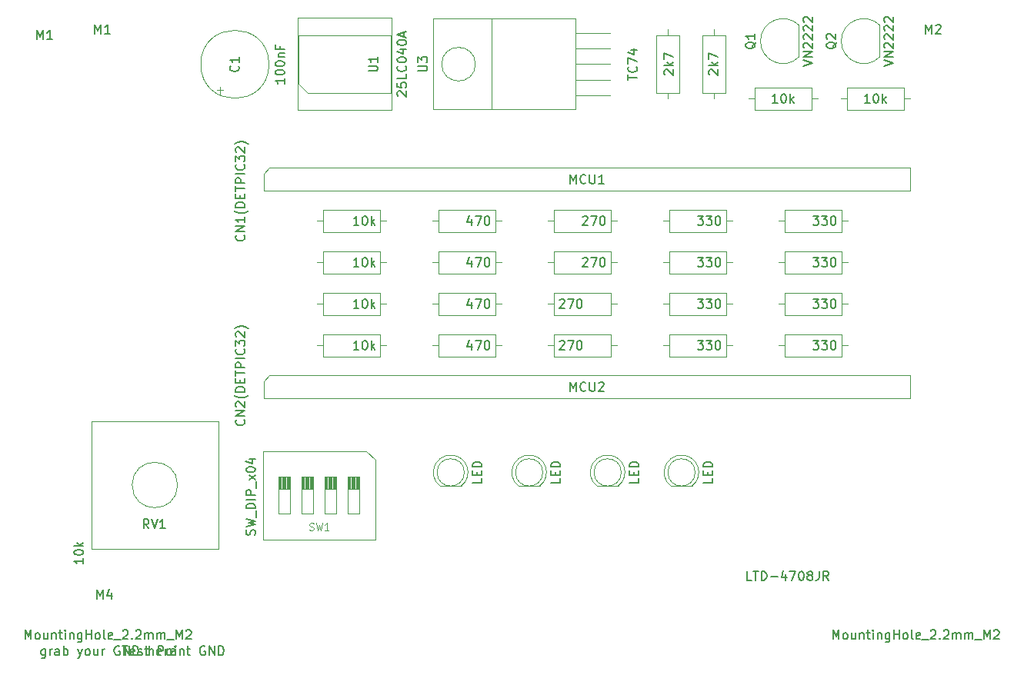
<source format=gbr>
G04 #@! TF.GenerationSoftware,KiCad,Pcbnew,(5.1.0-0)*
G04 #@! TF.CreationDate,2019-05-29T17:03:09+02:00*
G04 #@! TF.ProjectId,ac2-detpic-shield,6163322d-6465-4747-9069-632d73686965,rev?*
G04 #@! TF.SameCoordinates,Original*
G04 #@! TF.FileFunction,Other,Fab,Top*
%FSLAX46Y46*%
G04 Gerber Fmt 4.6, Leading zero omitted, Abs format (unit mm)*
G04 Created by KiCad (PCBNEW (5.1.0-0)) date 2019-05-29 17:03:09*
%MOMM*%
%LPD*%
G04 APERTURE LIST*
%ADD10C,0.100000*%
%ADD11C,0.150000*%
%ADD12C,0.120000*%
G04 APERTURE END LIST*
D10*
X154432000Y-50292000D02*
X155092000Y-50292000D01*
X162052000Y-50292000D02*
X161392000Y-50292000D01*
X155092000Y-51542000D02*
X161392000Y-51542000D01*
X155092000Y-49042000D02*
X155092000Y-51542000D01*
X161392000Y-49042000D02*
X155092000Y-49042000D01*
X161392000Y-51542000D02*
X161392000Y-49042000D01*
X154432000Y-54864000D02*
X155092000Y-54864000D01*
X162052000Y-54864000D02*
X161392000Y-54864000D01*
X155092000Y-56114000D02*
X161392000Y-56114000D01*
X155092000Y-53614000D02*
X155092000Y-56114000D01*
X161392000Y-53614000D02*
X155092000Y-53614000D01*
X161392000Y-56114000D02*
X161392000Y-53614000D01*
X154432000Y-59436000D02*
X155092000Y-59436000D01*
X162052000Y-59436000D02*
X161392000Y-59436000D01*
X155092000Y-60686000D02*
X161392000Y-60686000D01*
X155092000Y-58186000D02*
X155092000Y-60686000D01*
X161392000Y-58186000D02*
X155092000Y-58186000D01*
X161392000Y-60686000D02*
X161392000Y-58186000D01*
X154432000Y-64008000D02*
X155092000Y-64008000D01*
X162052000Y-64008000D02*
X161392000Y-64008000D01*
X155092000Y-65258000D02*
X161392000Y-65258000D01*
X155092000Y-62758000D02*
X155092000Y-65258000D01*
X161392000Y-62758000D02*
X155092000Y-62758000D01*
X161392000Y-65258000D02*
X161392000Y-62758000D01*
X149165000Y-33040000D02*
G75*
G03X149165000Y-33040000I-3750000J0D01*
G01*
X143777500Y-36251233D02*
X143777500Y-35501233D01*
X143402500Y-35876233D02*
X144152500Y-35876233D01*
X193397810Y-79478000D02*
X195730190Y-79478000D01*
X196064000Y-77978000D02*
G75*
G03X196064000Y-77978000I-1500000J0D01*
G01*
X195729476Y-79478555D02*
G75*
G03X193397810Y-79478000I-1165476J1500555D01*
G01*
X187601476Y-79478555D02*
G75*
G03X185269810Y-79478000I-1165476J1500555D01*
G01*
X187936000Y-77978000D02*
G75*
G03X187936000Y-77978000I-1500000J0D01*
G01*
X185269810Y-79478000D02*
X187602190Y-79478000D01*
X178965476Y-79478555D02*
G75*
G03X176633810Y-79478000I-1165476J1500555D01*
G01*
X179300000Y-77978000D02*
G75*
G03X179300000Y-77978000I-1500000J0D01*
G01*
X176633810Y-79478000D02*
X178966190Y-79478000D01*
X167997810Y-79478000D02*
X170330190Y-79478000D01*
X170664000Y-77978000D02*
G75*
G03X170664000Y-77978000I-1500000J0D01*
G01*
X170329476Y-79478555D02*
G75*
G03X167997810Y-79478000I-1165476J1500555D01*
G01*
X207490000Y-32250000D02*
X207490000Y-28750000D01*
X207493625Y-28726375D02*
G75*
G03X203260000Y-30480000I-1753625J-1753625D01*
G01*
X207493625Y-32233625D02*
G75*
G02X203260000Y-30480000I-1753625J1753625D01*
G01*
X216383625Y-32233625D02*
G75*
G02X212150000Y-30480000I-1753625J1753625D01*
G01*
X216383625Y-28726375D02*
G75*
G03X212150000Y-30480000I-1753625J-1753625D01*
G01*
X216380000Y-32250000D02*
X216380000Y-28750000D01*
X186792000Y-51542000D02*
X186792000Y-49042000D01*
X186792000Y-49042000D02*
X180492000Y-49042000D01*
X180492000Y-49042000D02*
X180492000Y-51542000D01*
X180492000Y-51542000D02*
X186792000Y-51542000D01*
X187452000Y-50292000D02*
X186792000Y-50292000D01*
X179832000Y-50292000D02*
X180492000Y-50292000D01*
X186792000Y-56114000D02*
X186792000Y-53614000D01*
X186792000Y-53614000D02*
X180492000Y-53614000D01*
X180492000Y-53614000D02*
X180492000Y-56114000D01*
X180492000Y-56114000D02*
X186792000Y-56114000D01*
X187452000Y-54864000D02*
X186792000Y-54864000D01*
X179832000Y-54864000D02*
X180492000Y-54864000D01*
X187452000Y-64008000D02*
X186792000Y-64008000D01*
X179832000Y-64008000D02*
X180492000Y-64008000D01*
X186792000Y-62758000D02*
X180492000Y-62758000D01*
X186792000Y-65258000D02*
X186792000Y-62758000D01*
X180492000Y-65258000D02*
X186792000Y-65258000D01*
X180492000Y-62758000D02*
X180492000Y-65258000D01*
X180492000Y-58186000D02*
X180492000Y-60686000D01*
X180492000Y-60686000D02*
X186792000Y-60686000D01*
X186792000Y-60686000D02*
X186792000Y-58186000D01*
X186792000Y-58186000D02*
X180492000Y-58186000D01*
X179832000Y-59436000D02*
X180492000Y-59436000D01*
X187452000Y-59436000D02*
X186792000Y-59436000D01*
X174092000Y-56114000D02*
X174092000Y-53614000D01*
X174092000Y-53614000D02*
X167792000Y-53614000D01*
X167792000Y-53614000D02*
X167792000Y-56114000D01*
X167792000Y-56114000D02*
X174092000Y-56114000D01*
X174752000Y-54864000D02*
X174092000Y-54864000D01*
X167132000Y-54864000D02*
X167792000Y-54864000D01*
X167132000Y-50292000D02*
X167792000Y-50292000D01*
X174752000Y-50292000D02*
X174092000Y-50292000D01*
X167792000Y-51542000D02*
X174092000Y-51542000D01*
X167792000Y-49042000D02*
X167792000Y-51542000D01*
X174092000Y-49042000D02*
X167792000Y-49042000D01*
X174092000Y-51542000D02*
X174092000Y-49042000D01*
X174092000Y-60686000D02*
X174092000Y-58186000D01*
X174092000Y-58186000D02*
X167792000Y-58186000D01*
X167792000Y-58186000D02*
X167792000Y-60686000D01*
X167792000Y-60686000D02*
X174092000Y-60686000D01*
X174752000Y-59436000D02*
X174092000Y-59436000D01*
X167132000Y-59436000D02*
X167792000Y-59436000D01*
X167132000Y-64008000D02*
X167792000Y-64008000D01*
X174752000Y-64008000D02*
X174092000Y-64008000D01*
X167792000Y-65258000D02*
X174092000Y-65258000D01*
X167792000Y-62758000D02*
X167792000Y-65258000D01*
X174092000Y-62758000D02*
X167792000Y-62758000D01*
X174092000Y-65258000D02*
X174092000Y-62758000D01*
X201930000Y-36830000D02*
X202590000Y-36830000D01*
X209550000Y-36830000D02*
X208890000Y-36830000D01*
X202590000Y-38080000D02*
X208890000Y-38080000D01*
X202590000Y-35580000D02*
X202590000Y-38080000D01*
X208890000Y-35580000D02*
X202590000Y-35580000D01*
X208890000Y-38080000D02*
X208890000Y-35580000D01*
X192532000Y-50292000D02*
X193192000Y-50292000D01*
X200152000Y-50292000D02*
X199492000Y-50292000D01*
X193192000Y-51542000D02*
X199492000Y-51542000D01*
X193192000Y-49042000D02*
X193192000Y-51542000D01*
X199492000Y-49042000D02*
X193192000Y-49042000D01*
X199492000Y-51542000D02*
X199492000Y-49042000D01*
X199492000Y-56114000D02*
X199492000Y-53614000D01*
X199492000Y-53614000D02*
X193192000Y-53614000D01*
X193192000Y-53614000D02*
X193192000Y-56114000D01*
X193192000Y-56114000D02*
X199492000Y-56114000D01*
X200152000Y-54864000D02*
X199492000Y-54864000D01*
X192532000Y-54864000D02*
X193192000Y-54864000D01*
X192532000Y-59436000D02*
X193192000Y-59436000D01*
X200152000Y-59436000D02*
X199492000Y-59436000D01*
X193192000Y-60686000D02*
X199492000Y-60686000D01*
X193192000Y-58186000D02*
X193192000Y-60686000D01*
X199492000Y-58186000D02*
X193192000Y-58186000D01*
X199492000Y-60686000D02*
X199492000Y-58186000D01*
X199492000Y-65258000D02*
X199492000Y-62758000D01*
X199492000Y-62758000D02*
X193192000Y-62758000D01*
X193192000Y-62758000D02*
X193192000Y-65258000D01*
X193192000Y-65258000D02*
X199492000Y-65258000D01*
X200152000Y-64008000D02*
X199492000Y-64008000D01*
X192532000Y-64008000D02*
X193192000Y-64008000D01*
X205232000Y-54864000D02*
X205892000Y-54864000D01*
X212852000Y-54864000D02*
X212192000Y-54864000D01*
X205892000Y-56114000D02*
X212192000Y-56114000D01*
X205892000Y-53614000D02*
X205892000Y-56114000D01*
X212192000Y-53614000D02*
X205892000Y-53614000D01*
X212192000Y-56114000D02*
X212192000Y-53614000D01*
X212192000Y-51542000D02*
X212192000Y-49042000D01*
X212192000Y-49042000D02*
X205892000Y-49042000D01*
X205892000Y-49042000D02*
X205892000Y-51542000D01*
X205892000Y-51542000D02*
X212192000Y-51542000D01*
X212852000Y-50292000D02*
X212192000Y-50292000D01*
X205232000Y-50292000D02*
X205892000Y-50292000D01*
X212192000Y-60686000D02*
X212192000Y-58186000D01*
X212192000Y-58186000D02*
X205892000Y-58186000D01*
X205892000Y-58186000D02*
X205892000Y-60686000D01*
X205892000Y-60686000D02*
X212192000Y-60686000D01*
X212852000Y-59436000D02*
X212192000Y-59436000D01*
X205232000Y-59436000D02*
X205892000Y-59436000D01*
X205232000Y-64008000D02*
X205892000Y-64008000D01*
X212852000Y-64008000D02*
X212192000Y-64008000D01*
X205892000Y-65258000D02*
X212192000Y-65258000D01*
X205892000Y-62758000D02*
X205892000Y-65258000D01*
X212192000Y-62758000D02*
X205892000Y-62758000D01*
X212192000Y-65258000D02*
X212192000Y-62758000D01*
X198120000Y-36830000D02*
X198120000Y-36170000D01*
X198120000Y-29210000D02*
X198120000Y-29870000D01*
X199370000Y-36170000D02*
X199370000Y-29870000D01*
X196870000Y-36170000D02*
X199370000Y-36170000D01*
X196870000Y-29870000D02*
X196870000Y-36170000D01*
X199370000Y-29870000D02*
X196870000Y-29870000D01*
X193040000Y-36830000D02*
X193040000Y-36170000D01*
X193040000Y-29210000D02*
X193040000Y-29870000D01*
X194290000Y-36170000D02*
X194290000Y-29870000D01*
X191790000Y-36170000D02*
X194290000Y-36170000D01*
X191790000Y-29870000D02*
X191790000Y-36170000D01*
X194290000Y-29870000D02*
X191790000Y-29870000D01*
X219050000Y-38080000D02*
X219050000Y-35580000D01*
X219050000Y-35580000D02*
X212750000Y-35580000D01*
X212750000Y-35580000D02*
X212750000Y-38080000D01*
X212750000Y-38080000D02*
X219050000Y-38080000D01*
X219710000Y-36830000D02*
X219050000Y-36830000D01*
X212090000Y-36830000D02*
X212750000Y-36830000D01*
X139105000Y-79368000D02*
G75*
G03X139105000Y-79368000I-2500000J0D01*
G01*
X129605000Y-86368000D02*
X143605000Y-86368000D01*
X143605000Y-86368000D02*
X143605000Y-72368000D01*
X143605000Y-72368000D02*
X129605000Y-72368000D01*
X129605000Y-72368000D02*
X129605000Y-86368000D01*
X160856000Y-76628000D02*
X160856000Y-85408000D01*
X160856000Y-85408000D02*
X148516000Y-85408000D01*
X148516000Y-85408000D02*
X148516000Y-75628000D01*
X148516000Y-75628000D02*
X159856000Y-75628000D01*
X159856000Y-75628000D02*
X160856000Y-76628000D01*
X159131000Y-78488000D02*
X157861000Y-78488000D01*
X157861000Y-78488000D02*
X157861000Y-82548000D01*
X157861000Y-82548000D02*
X159131000Y-82548000D01*
X159131000Y-82548000D02*
X159131000Y-78488000D01*
X159031000Y-78488000D02*
X159031000Y-79841333D01*
X158931000Y-78488000D02*
X158931000Y-79841333D01*
X158831000Y-78488000D02*
X158831000Y-79841333D01*
X158731000Y-78488000D02*
X158731000Y-79841333D01*
X158631000Y-78488000D02*
X158631000Y-79841333D01*
X158531000Y-78488000D02*
X158531000Y-79841333D01*
X158431000Y-78488000D02*
X158431000Y-79841333D01*
X158331000Y-78488000D02*
X158331000Y-79841333D01*
X158231000Y-78488000D02*
X158231000Y-79841333D01*
X158131000Y-78488000D02*
X158131000Y-79841333D01*
X158031000Y-78488000D02*
X158031000Y-79841333D01*
X157931000Y-78488000D02*
X157931000Y-79841333D01*
X159131000Y-79841333D02*
X157861000Y-79841333D01*
X156591000Y-78488000D02*
X155321000Y-78488000D01*
X155321000Y-78488000D02*
X155321000Y-82548000D01*
X155321000Y-82548000D02*
X156591000Y-82548000D01*
X156591000Y-82548000D02*
X156591000Y-78488000D01*
X156491000Y-78488000D02*
X156491000Y-79841333D01*
X156391000Y-78488000D02*
X156391000Y-79841333D01*
X156291000Y-78488000D02*
X156291000Y-79841333D01*
X156191000Y-78488000D02*
X156191000Y-79841333D01*
X156091000Y-78488000D02*
X156091000Y-79841333D01*
X155991000Y-78488000D02*
X155991000Y-79841333D01*
X155891000Y-78488000D02*
X155891000Y-79841333D01*
X155791000Y-78488000D02*
X155791000Y-79841333D01*
X155691000Y-78488000D02*
X155691000Y-79841333D01*
X155591000Y-78488000D02*
X155591000Y-79841333D01*
X155491000Y-78488000D02*
X155491000Y-79841333D01*
X155391000Y-78488000D02*
X155391000Y-79841333D01*
X156591000Y-79841333D02*
X155321000Y-79841333D01*
X154051000Y-78488000D02*
X152781000Y-78488000D01*
X152781000Y-78488000D02*
X152781000Y-82548000D01*
X152781000Y-82548000D02*
X154051000Y-82548000D01*
X154051000Y-82548000D02*
X154051000Y-78488000D01*
X153951000Y-78488000D02*
X153951000Y-79841333D01*
X153851000Y-78488000D02*
X153851000Y-79841333D01*
X153751000Y-78488000D02*
X153751000Y-79841333D01*
X153651000Y-78488000D02*
X153651000Y-79841333D01*
X153551000Y-78488000D02*
X153551000Y-79841333D01*
X153451000Y-78488000D02*
X153451000Y-79841333D01*
X153351000Y-78488000D02*
X153351000Y-79841333D01*
X153251000Y-78488000D02*
X153251000Y-79841333D01*
X153151000Y-78488000D02*
X153151000Y-79841333D01*
X153051000Y-78488000D02*
X153051000Y-79841333D01*
X152951000Y-78488000D02*
X152951000Y-79841333D01*
X152851000Y-78488000D02*
X152851000Y-79841333D01*
X154051000Y-79841333D02*
X152781000Y-79841333D01*
X151511000Y-78488000D02*
X150241000Y-78488000D01*
X150241000Y-78488000D02*
X150241000Y-82548000D01*
X150241000Y-82548000D02*
X151511000Y-82548000D01*
X151511000Y-82548000D02*
X151511000Y-78488000D01*
X151411000Y-78488000D02*
X151411000Y-79841333D01*
X151311000Y-78488000D02*
X151311000Y-79841333D01*
X151211000Y-78488000D02*
X151211000Y-79841333D01*
X151111000Y-78488000D02*
X151111000Y-79841333D01*
X151011000Y-78488000D02*
X151011000Y-79841333D01*
X150911000Y-78488000D02*
X150911000Y-79841333D01*
X150811000Y-78488000D02*
X150811000Y-79841333D01*
X150711000Y-78488000D02*
X150711000Y-79841333D01*
X150611000Y-78488000D02*
X150611000Y-79841333D01*
X150511000Y-78488000D02*
X150511000Y-79841333D01*
X150411000Y-78488000D02*
X150411000Y-79841333D01*
X150311000Y-78488000D02*
X150311000Y-79841333D01*
X151511000Y-79841333D02*
X150241000Y-79841333D01*
X152400000Y-35195000D02*
X152400000Y-29845000D01*
X152400000Y-29845000D02*
X162560000Y-29845000D01*
X162560000Y-29845000D02*
X162560000Y-36195000D01*
X162560000Y-36195000D02*
X153400000Y-36195000D01*
X153400000Y-36195000D02*
X152400000Y-35195000D01*
X152340000Y-38100000D02*
X162620000Y-38100000D01*
X162620000Y-38100000D02*
X162620000Y-27940000D01*
X162620000Y-27940000D02*
X152340000Y-27940000D01*
X152340000Y-27940000D02*
X152340000Y-38100000D01*
X171880000Y-33020000D02*
G75*
G03X171880000Y-33020000I-1850000J0D01*
G01*
X173630000Y-38020000D02*
X167230000Y-38020000D01*
X167230000Y-38020000D02*
X167230000Y-28020000D01*
X167230000Y-28020000D02*
X173630000Y-28020000D01*
X173630000Y-28020000D02*
X173630000Y-38020000D01*
X182880000Y-38020000D02*
X173630000Y-38020000D01*
X173630000Y-38020000D02*
X173630000Y-28020000D01*
X173630000Y-28020000D02*
X182880000Y-28020000D01*
X182880000Y-28020000D02*
X182880000Y-38020000D01*
X182880000Y-36420000D02*
X186690000Y-36420000D01*
X182880000Y-34720000D02*
X186690000Y-34720000D01*
X182880000Y-33020000D02*
X186690000Y-33020000D01*
X182880000Y-31320000D02*
X186690000Y-31320000D01*
X182880000Y-29620000D02*
X186690000Y-29620000D01*
X148590000Y-46990000D02*
X148590000Y-45085000D01*
X148590000Y-45085000D02*
X149225000Y-44450000D01*
X149225000Y-44450000D02*
X219710000Y-44450000D01*
X219710000Y-44450000D02*
X219710000Y-46990000D01*
X219710000Y-46990000D02*
X148590000Y-46990000D01*
X219710000Y-69850000D02*
X148590000Y-69850000D01*
X219710000Y-67310000D02*
X219710000Y-69850000D01*
X149225000Y-67310000D02*
X219710000Y-67310000D01*
X148590000Y-67945000D02*
X149225000Y-67310000D01*
X148590000Y-69850000D02*
X148590000Y-67945000D01*
D11*
X133064952Y-97115380D02*
X133636380Y-97115380D01*
X133350666Y-98115380D02*
X133350666Y-97115380D01*
X134350666Y-98067761D02*
X134255428Y-98115380D01*
X134064952Y-98115380D01*
X133969714Y-98067761D01*
X133922095Y-97972523D01*
X133922095Y-97591571D01*
X133969714Y-97496333D01*
X134064952Y-97448714D01*
X134255428Y-97448714D01*
X134350666Y-97496333D01*
X134398285Y-97591571D01*
X134398285Y-97686809D01*
X133922095Y-97782047D01*
X134779238Y-98067761D02*
X134874476Y-98115380D01*
X135064952Y-98115380D01*
X135160190Y-98067761D01*
X135207809Y-97972523D01*
X135207809Y-97924904D01*
X135160190Y-97829666D01*
X135064952Y-97782047D01*
X134922095Y-97782047D01*
X134826857Y-97734428D01*
X134779238Y-97639190D01*
X134779238Y-97591571D01*
X134826857Y-97496333D01*
X134922095Y-97448714D01*
X135064952Y-97448714D01*
X135160190Y-97496333D01*
X135493523Y-97448714D02*
X135874476Y-97448714D01*
X135636380Y-97115380D02*
X135636380Y-97972523D01*
X135684000Y-98067761D01*
X135779238Y-98115380D01*
X135874476Y-98115380D01*
X136969714Y-98115380D02*
X136969714Y-97115380D01*
X137350666Y-97115380D01*
X137445904Y-97163000D01*
X137493523Y-97210619D01*
X137541142Y-97305857D01*
X137541142Y-97448714D01*
X137493523Y-97543952D01*
X137445904Y-97591571D01*
X137350666Y-97639190D01*
X136969714Y-97639190D01*
X138112571Y-98115380D02*
X138017333Y-98067761D01*
X137969714Y-98020142D01*
X137922095Y-97924904D01*
X137922095Y-97639190D01*
X137969714Y-97543952D01*
X138017333Y-97496333D01*
X138112571Y-97448714D01*
X138255428Y-97448714D01*
X138350666Y-97496333D01*
X138398285Y-97543952D01*
X138445904Y-97639190D01*
X138445904Y-97924904D01*
X138398285Y-98020142D01*
X138350666Y-98067761D01*
X138255428Y-98115380D01*
X138112571Y-98115380D01*
X138874476Y-98115380D02*
X138874476Y-97448714D01*
X138874476Y-97115380D02*
X138826857Y-97163000D01*
X138874476Y-97210619D01*
X138922095Y-97163000D01*
X138874476Y-97115380D01*
X138874476Y-97210619D01*
X139350666Y-97448714D02*
X139350666Y-98115380D01*
X139350666Y-97543952D02*
X139398285Y-97496333D01*
X139493523Y-97448714D01*
X139636380Y-97448714D01*
X139731619Y-97496333D01*
X139779238Y-97591571D01*
X139779238Y-98115380D01*
X140112571Y-97448714D02*
X140493523Y-97448714D01*
X140255428Y-97115380D02*
X140255428Y-97972523D01*
X140303047Y-98067761D01*
X140398285Y-98115380D01*
X140493523Y-98115380D01*
X142112571Y-97163000D02*
X142017333Y-97115380D01*
X141874476Y-97115380D01*
X141731619Y-97163000D01*
X141636380Y-97258238D01*
X141588761Y-97353476D01*
X141541142Y-97543952D01*
X141541142Y-97686809D01*
X141588761Y-97877285D01*
X141636380Y-97972523D01*
X141731619Y-98067761D01*
X141874476Y-98115380D01*
X141969714Y-98115380D01*
X142112571Y-98067761D01*
X142160190Y-98020142D01*
X142160190Y-97686809D01*
X141969714Y-97686809D01*
X142588761Y-98115380D02*
X142588761Y-97115380D01*
X143160190Y-98115380D01*
X143160190Y-97115380D01*
X143636380Y-98115380D02*
X143636380Y-97115380D01*
X143874476Y-97115380D01*
X144017333Y-97163000D01*
X144112571Y-97258238D01*
X144160190Y-97353476D01*
X144207809Y-97543952D01*
X144207809Y-97686809D01*
X144160190Y-97877285D01*
X144112571Y-97972523D01*
X144017333Y-98067761D01*
X143874476Y-98115380D01*
X143636380Y-98115380D01*
X124564047Y-97448714D02*
X124564047Y-98258238D01*
X124516428Y-98353476D01*
X124468809Y-98401095D01*
X124373571Y-98448714D01*
X124230714Y-98448714D01*
X124135476Y-98401095D01*
X124564047Y-98067761D02*
X124468809Y-98115380D01*
X124278333Y-98115380D01*
X124183095Y-98067761D01*
X124135476Y-98020142D01*
X124087857Y-97924904D01*
X124087857Y-97639190D01*
X124135476Y-97543952D01*
X124183095Y-97496333D01*
X124278333Y-97448714D01*
X124468809Y-97448714D01*
X124564047Y-97496333D01*
X125040238Y-98115380D02*
X125040238Y-97448714D01*
X125040238Y-97639190D02*
X125087857Y-97543952D01*
X125135476Y-97496333D01*
X125230714Y-97448714D01*
X125325952Y-97448714D01*
X126087857Y-98115380D02*
X126087857Y-97591571D01*
X126040238Y-97496333D01*
X125945000Y-97448714D01*
X125754523Y-97448714D01*
X125659285Y-97496333D01*
X126087857Y-98067761D02*
X125992619Y-98115380D01*
X125754523Y-98115380D01*
X125659285Y-98067761D01*
X125611666Y-97972523D01*
X125611666Y-97877285D01*
X125659285Y-97782047D01*
X125754523Y-97734428D01*
X125992619Y-97734428D01*
X126087857Y-97686809D01*
X126564047Y-98115380D02*
X126564047Y-97115380D01*
X126564047Y-97496333D02*
X126659285Y-97448714D01*
X126849761Y-97448714D01*
X126945000Y-97496333D01*
X126992619Y-97543952D01*
X127040238Y-97639190D01*
X127040238Y-97924904D01*
X126992619Y-98020142D01*
X126945000Y-98067761D01*
X126849761Y-98115380D01*
X126659285Y-98115380D01*
X126564047Y-98067761D01*
X128135476Y-97448714D02*
X128373571Y-98115380D01*
X128611666Y-97448714D02*
X128373571Y-98115380D01*
X128278333Y-98353476D01*
X128230714Y-98401095D01*
X128135476Y-98448714D01*
X129135476Y-98115380D02*
X129040238Y-98067761D01*
X128992619Y-98020142D01*
X128945000Y-97924904D01*
X128945000Y-97639190D01*
X128992619Y-97543952D01*
X129040238Y-97496333D01*
X129135476Y-97448714D01*
X129278333Y-97448714D01*
X129373571Y-97496333D01*
X129421190Y-97543952D01*
X129468809Y-97639190D01*
X129468809Y-97924904D01*
X129421190Y-98020142D01*
X129373571Y-98067761D01*
X129278333Y-98115380D01*
X129135476Y-98115380D01*
X130325952Y-97448714D02*
X130325952Y-98115380D01*
X129897380Y-97448714D02*
X129897380Y-97972523D01*
X129945000Y-98067761D01*
X130040238Y-98115380D01*
X130183095Y-98115380D01*
X130278333Y-98067761D01*
X130325952Y-98020142D01*
X130802142Y-98115380D02*
X130802142Y-97448714D01*
X130802142Y-97639190D02*
X130849761Y-97543952D01*
X130897380Y-97496333D01*
X130992619Y-97448714D01*
X131087857Y-97448714D01*
X132706904Y-97163000D02*
X132611666Y-97115380D01*
X132468809Y-97115380D01*
X132325952Y-97163000D01*
X132230714Y-97258238D01*
X132183095Y-97353476D01*
X132135476Y-97543952D01*
X132135476Y-97686809D01*
X132183095Y-97877285D01*
X132230714Y-97972523D01*
X132325952Y-98067761D01*
X132468809Y-98115380D01*
X132564047Y-98115380D01*
X132706904Y-98067761D01*
X132754523Y-98020142D01*
X132754523Y-97686809D01*
X132564047Y-97686809D01*
X133183095Y-98115380D02*
X133183095Y-97115380D01*
X133754523Y-98115380D01*
X133754523Y-97115380D01*
X134230714Y-98115380D02*
X134230714Y-97115380D01*
X134468809Y-97115380D01*
X134611666Y-97163000D01*
X134706904Y-97258238D01*
X134754523Y-97353476D01*
X134802142Y-97543952D01*
X134802142Y-97686809D01*
X134754523Y-97877285D01*
X134706904Y-97972523D01*
X134611666Y-98067761D01*
X134468809Y-98115380D01*
X134230714Y-98115380D01*
X135992619Y-98115380D02*
X135992619Y-97115380D01*
X136421190Y-98115380D02*
X136421190Y-97591571D01*
X136373571Y-97496333D01*
X136278333Y-97448714D01*
X136135476Y-97448714D01*
X136040238Y-97496333D01*
X135992619Y-97543952D01*
X137278333Y-98067761D02*
X137183095Y-98115380D01*
X136992619Y-98115380D01*
X136897380Y-98067761D01*
X136849761Y-97972523D01*
X136849761Y-97591571D01*
X136897380Y-97496333D01*
X136992619Y-97448714D01*
X137183095Y-97448714D01*
X137278333Y-97496333D01*
X137325952Y-97591571D01*
X137325952Y-97686809D01*
X136849761Y-97782047D01*
X137754523Y-98115380D02*
X137754523Y-97448714D01*
X137754523Y-97639190D02*
X137802142Y-97543952D01*
X137849761Y-97496333D01*
X137945000Y-97448714D01*
X138040238Y-97448714D01*
X138754523Y-98067761D02*
X138659285Y-98115380D01*
X138468809Y-98115380D01*
X138373571Y-98067761D01*
X138325952Y-97972523D01*
X138325952Y-97591571D01*
X138373571Y-97496333D01*
X138468809Y-97448714D01*
X138659285Y-97448714D01*
X138754523Y-97496333D01*
X138802142Y-97591571D01*
X138802142Y-97686809D01*
X138325952Y-97782047D01*
X211225952Y-96337380D02*
X211225952Y-95337380D01*
X211559285Y-96051666D01*
X211892619Y-95337380D01*
X211892619Y-96337380D01*
X212511666Y-96337380D02*
X212416428Y-96289761D01*
X212368809Y-96242142D01*
X212321190Y-96146904D01*
X212321190Y-95861190D01*
X212368809Y-95765952D01*
X212416428Y-95718333D01*
X212511666Y-95670714D01*
X212654523Y-95670714D01*
X212749761Y-95718333D01*
X212797380Y-95765952D01*
X212845000Y-95861190D01*
X212845000Y-96146904D01*
X212797380Y-96242142D01*
X212749761Y-96289761D01*
X212654523Y-96337380D01*
X212511666Y-96337380D01*
X213702142Y-95670714D02*
X213702142Y-96337380D01*
X213273571Y-95670714D02*
X213273571Y-96194523D01*
X213321190Y-96289761D01*
X213416428Y-96337380D01*
X213559285Y-96337380D01*
X213654523Y-96289761D01*
X213702142Y-96242142D01*
X214178333Y-95670714D02*
X214178333Y-96337380D01*
X214178333Y-95765952D02*
X214225952Y-95718333D01*
X214321190Y-95670714D01*
X214464047Y-95670714D01*
X214559285Y-95718333D01*
X214606904Y-95813571D01*
X214606904Y-96337380D01*
X214940238Y-95670714D02*
X215321190Y-95670714D01*
X215083095Y-95337380D02*
X215083095Y-96194523D01*
X215130714Y-96289761D01*
X215225952Y-96337380D01*
X215321190Y-96337380D01*
X215654523Y-96337380D02*
X215654523Y-95670714D01*
X215654523Y-95337380D02*
X215606904Y-95385000D01*
X215654523Y-95432619D01*
X215702142Y-95385000D01*
X215654523Y-95337380D01*
X215654523Y-95432619D01*
X216130714Y-95670714D02*
X216130714Y-96337380D01*
X216130714Y-95765952D02*
X216178333Y-95718333D01*
X216273571Y-95670714D01*
X216416428Y-95670714D01*
X216511666Y-95718333D01*
X216559285Y-95813571D01*
X216559285Y-96337380D01*
X217464047Y-95670714D02*
X217464047Y-96480238D01*
X217416428Y-96575476D01*
X217368809Y-96623095D01*
X217273571Y-96670714D01*
X217130714Y-96670714D01*
X217035476Y-96623095D01*
X217464047Y-96289761D02*
X217368809Y-96337380D01*
X217178333Y-96337380D01*
X217083095Y-96289761D01*
X217035476Y-96242142D01*
X216987857Y-96146904D01*
X216987857Y-95861190D01*
X217035476Y-95765952D01*
X217083095Y-95718333D01*
X217178333Y-95670714D01*
X217368809Y-95670714D01*
X217464047Y-95718333D01*
X217940238Y-96337380D02*
X217940238Y-95337380D01*
X217940238Y-95813571D02*
X218511666Y-95813571D01*
X218511666Y-96337380D02*
X218511666Y-95337380D01*
X219130714Y-96337380D02*
X219035476Y-96289761D01*
X218987857Y-96242142D01*
X218940238Y-96146904D01*
X218940238Y-95861190D01*
X218987857Y-95765952D01*
X219035476Y-95718333D01*
X219130714Y-95670714D01*
X219273571Y-95670714D01*
X219368809Y-95718333D01*
X219416428Y-95765952D01*
X219464047Y-95861190D01*
X219464047Y-96146904D01*
X219416428Y-96242142D01*
X219368809Y-96289761D01*
X219273571Y-96337380D01*
X219130714Y-96337380D01*
X220035476Y-96337380D02*
X219940238Y-96289761D01*
X219892619Y-96194523D01*
X219892619Y-95337380D01*
X220797380Y-96289761D02*
X220702142Y-96337380D01*
X220511666Y-96337380D01*
X220416428Y-96289761D01*
X220368809Y-96194523D01*
X220368809Y-95813571D01*
X220416428Y-95718333D01*
X220511666Y-95670714D01*
X220702142Y-95670714D01*
X220797380Y-95718333D01*
X220845000Y-95813571D01*
X220845000Y-95908809D01*
X220368809Y-96004047D01*
X221035476Y-96432619D02*
X221797380Y-96432619D01*
X221987857Y-95432619D02*
X222035476Y-95385000D01*
X222130714Y-95337380D01*
X222368809Y-95337380D01*
X222464047Y-95385000D01*
X222511666Y-95432619D01*
X222559285Y-95527857D01*
X222559285Y-95623095D01*
X222511666Y-95765952D01*
X221940238Y-96337380D01*
X222559285Y-96337380D01*
X222987857Y-96242142D02*
X223035476Y-96289761D01*
X222987857Y-96337380D01*
X222940238Y-96289761D01*
X222987857Y-96242142D01*
X222987857Y-96337380D01*
X223416428Y-95432619D02*
X223464047Y-95385000D01*
X223559285Y-95337380D01*
X223797380Y-95337380D01*
X223892619Y-95385000D01*
X223940238Y-95432619D01*
X223987857Y-95527857D01*
X223987857Y-95623095D01*
X223940238Y-95765952D01*
X223368809Y-96337380D01*
X223987857Y-96337380D01*
X224416428Y-96337380D02*
X224416428Y-95670714D01*
X224416428Y-95765952D02*
X224464047Y-95718333D01*
X224559285Y-95670714D01*
X224702142Y-95670714D01*
X224797380Y-95718333D01*
X224845000Y-95813571D01*
X224845000Y-96337380D01*
X224845000Y-95813571D02*
X224892619Y-95718333D01*
X224987857Y-95670714D01*
X225130714Y-95670714D01*
X225225952Y-95718333D01*
X225273571Y-95813571D01*
X225273571Y-96337380D01*
X225749761Y-96337380D02*
X225749761Y-95670714D01*
X225749761Y-95765952D02*
X225797380Y-95718333D01*
X225892619Y-95670714D01*
X226035476Y-95670714D01*
X226130714Y-95718333D01*
X226178333Y-95813571D01*
X226178333Y-96337380D01*
X226178333Y-95813571D02*
X226225952Y-95718333D01*
X226321190Y-95670714D01*
X226464047Y-95670714D01*
X226559285Y-95718333D01*
X226606904Y-95813571D01*
X226606904Y-96337380D01*
X226845000Y-96432619D02*
X227606904Y-96432619D01*
X227845000Y-96337380D02*
X227845000Y-95337380D01*
X228178333Y-96051666D01*
X228511666Y-95337380D01*
X228511666Y-96337380D01*
X228940238Y-95432619D02*
X228987857Y-95385000D01*
X229083095Y-95337380D01*
X229321190Y-95337380D01*
X229416428Y-95385000D01*
X229464047Y-95432619D01*
X229511666Y-95527857D01*
X229511666Y-95623095D01*
X229464047Y-95765952D01*
X228892619Y-96337380D01*
X229511666Y-96337380D01*
X122325952Y-96337380D02*
X122325952Y-95337380D01*
X122659285Y-96051666D01*
X122992619Y-95337380D01*
X122992619Y-96337380D01*
X123611666Y-96337380D02*
X123516428Y-96289761D01*
X123468809Y-96242142D01*
X123421190Y-96146904D01*
X123421190Y-95861190D01*
X123468809Y-95765952D01*
X123516428Y-95718333D01*
X123611666Y-95670714D01*
X123754523Y-95670714D01*
X123849761Y-95718333D01*
X123897380Y-95765952D01*
X123944999Y-95861190D01*
X123944999Y-96146904D01*
X123897380Y-96242142D01*
X123849761Y-96289761D01*
X123754523Y-96337380D01*
X123611666Y-96337380D01*
X124802142Y-95670714D02*
X124802142Y-96337380D01*
X124373571Y-95670714D02*
X124373571Y-96194523D01*
X124421190Y-96289761D01*
X124516428Y-96337380D01*
X124659285Y-96337380D01*
X124754523Y-96289761D01*
X124802142Y-96242142D01*
X125278333Y-95670714D02*
X125278333Y-96337380D01*
X125278333Y-95765952D02*
X125325952Y-95718333D01*
X125421190Y-95670714D01*
X125564047Y-95670714D01*
X125659285Y-95718333D01*
X125706904Y-95813571D01*
X125706904Y-96337380D01*
X126040238Y-95670714D02*
X126421190Y-95670714D01*
X126183095Y-95337380D02*
X126183095Y-96194523D01*
X126230714Y-96289761D01*
X126325952Y-96337380D01*
X126421190Y-96337380D01*
X126754523Y-96337380D02*
X126754523Y-95670714D01*
X126754523Y-95337380D02*
X126706904Y-95385000D01*
X126754523Y-95432619D01*
X126802142Y-95385000D01*
X126754523Y-95337380D01*
X126754523Y-95432619D01*
X127230714Y-95670714D02*
X127230714Y-96337380D01*
X127230714Y-95765952D02*
X127278333Y-95718333D01*
X127373571Y-95670714D01*
X127516428Y-95670714D01*
X127611666Y-95718333D01*
X127659285Y-95813571D01*
X127659285Y-96337380D01*
X128564047Y-95670714D02*
X128564047Y-96480238D01*
X128516428Y-96575476D01*
X128468809Y-96623095D01*
X128373571Y-96670714D01*
X128230714Y-96670714D01*
X128135476Y-96623095D01*
X128564047Y-96289761D02*
X128468809Y-96337380D01*
X128278333Y-96337380D01*
X128183095Y-96289761D01*
X128135476Y-96242142D01*
X128087857Y-96146904D01*
X128087857Y-95861190D01*
X128135476Y-95765952D01*
X128183095Y-95718333D01*
X128278333Y-95670714D01*
X128468809Y-95670714D01*
X128564047Y-95718333D01*
X129040238Y-96337380D02*
X129040238Y-95337380D01*
X129040238Y-95813571D02*
X129611666Y-95813571D01*
X129611666Y-96337380D02*
X129611666Y-95337380D01*
X130230714Y-96337380D02*
X130135476Y-96289761D01*
X130087857Y-96242142D01*
X130040238Y-96146904D01*
X130040238Y-95861190D01*
X130087857Y-95765952D01*
X130135476Y-95718333D01*
X130230714Y-95670714D01*
X130373571Y-95670714D01*
X130468809Y-95718333D01*
X130516428Y-95765952D01*
X130564047Y-95861190D01*
X130564047Y-96146904D01*
X130516428Y-96242142D01*
X130468809Y-96289761D01*
X130373571Y-96337380D01*
X130230714Y-96337380D01*
X131135476Y-96337380D02*
X131040238Y-96289761D01*
X130992619Y-96194523D01*
X130992619Y-95337380D01*
X131897380Y-96289761D02*
X131802142Y-96337380D01*
X131611666Y-96337380D01*
X131516428Y-96289761D01*
X131468809Y-96194523D01*
X131468809Y-95813571D01*
X131516428Y-95718333D01*
X131611666Y-95670714D01*
X131802142Y-95670714D01*
X131897380Y-95718333D01*
X131944999Y-95813571D01*
X131944999Y-95908809D01*
X131468809Y-96004047D01*
X132135476Y-96432619D02*
X132897380Y-96432619D01*
X133087857Y-95432619D02*
X133135476Y-95385000D01*
X133230714Y-95337380D01*
X133468809Y-95337380D01*
X133564047Y-95385000D01*
X133611666Y-95432619D01*
X133659285Y-95527857D01*
X133659285Y-95623095D01*
X133611666Y-95765952D01*
X133040238Y-96337380D01*
X133659285Y-96337380D01*
X134087857Y-96242142D02*
X134135476Y-96289761D01*
X134087857Y-96337380D01*
X134040238Y-96289761D01*
X134087857Y-96242142D01*
X134087857Y-96337380D01*
X134516428Y-95432619D02*
X134564047Y-95385000D01*
X134659285Y-95337380D01*
X134897380Y-95337380D01*
X134992619Y-95385000D01*
X135040238Y-95432619D01*
X135087857Y-95527857D01*
X135087857Y-95623095D01*
X135040238Y-95765952D01*
X134468809Y-96337380D01*
X135087857Y-96337380D01*
X135516428Y-96337380D02*
X135516428Y-95670714D01*
X135516428Y-95765952D02*
X135564047Y-95718333D01*
X135659285Y-95670714D01*
X135802142Y-95670714D01*
X135897380Y-95718333D01*
X135945000Y-95813571D01*
X135945000Y-96337380D01*
X135945000Y-95813571D02*
X135992619Y-95718333D01*
X136087857Y-95670714D01*
X136230714Y-95670714D01*
X136325952Y-95718333D01*
X136373571Y-95813571D01*
X136373571Y-96337380D01*
X136849761Y-96337380D02*
X136849761Y-95670714D01*
X136849761Y-95765952D02*
X136897380Y-95718333D01*
X136992619Y-95670714D01*
X137135476Y-95670714D01*
X137230714Y-95718333D01*
X137278333Y-95813571D01*
X137278333Y-96337380D01*
X137278333Y-95813571D02*
X137325952Y-95718333D01*
X137421190Y-95670714D01*
X137564047Y-95670714D01*
X137659285Y-95718333D01*
X137706904Y-95813571D01*
X137706904Y-96337380D01*
X137945000Y-96432619D02*
X138706904Y-96432619D01*
X138945000Y-96337380D02*
X138945000Y-95337380D01*
X139278333Y-96051666D01*
X139611666Y-95337380D01*
X139611666Y-96337380D01*
X140040238Y-95432619D02*
X140087857Y-95385000D01*
X140183095Y-95337380D01*
X140421190Y-95337380D01*
X140516428Y-95385000D01*
X140564047Y-95432619D01*
X140611666Y-95527857D01*
X140611666Y-95623095D01*
X140564047Y-95765952D01*
X139992619Y-96337380D01*
X140611666Y-96337380D01*
X130254476Y-91892380D02*
X130254476Y-90892380D01*
X130587809Y-91606666D01*
X130921142Y-90892380D01*
X130921142Y-91892380D01*
X131825904Y-91225714D02*
X131825904Y-91892380D01*
X131587809Y-90844761D02*
X131349714Y-91559047D01*
X131968761Y-91559047D01*
X159043809Y-50744380D02*
X158472380Y-50744380D01*
X158758095Y-50744380D02*
X158758095Y-49744380D01*
X158662857Y-49887238D01*
X158567619Y-49982476D01*
X158472380Y-50030095D01*
X159662857Y-49744380D02*
X159758095Y-49744380D01*
X159853333Y-49792000D01*
X159900952Y-49839619D01*
X159948571Y-49934857D01*
X159996190Y-50125333D01*
X159996190Y-50363428D01*
X159948571Y-50553904D01*
X159900952Y-50649142D01*
X159853333Y-50696761D01*
X159758095Y-50744380D01*
X159662857Y-50744380D01*
X159567619Y-50696761D01*
X159520000Y-50649142D01*
X159472380Y-50553904D01*
X159424761Y-50363428D01*
X159424761Y-50125333D01*
X159472380Y-49934857D01*
X159520000Y-49839619D01*
X159567619Y-49792000D01*
X159662857Y-49744380D01*
X160424761Y-50744380D02*
X160424761Y-49744380D01*
X160520000Y-50363428D02*
X160805714Y-50744380D01*
X160805714Y-50077714D02*
X160424761Y-50458666D01*
X159043809Y-55316380D02*
X158472380Y-55316380D01*
X158758095Y-55316380D02*
X158758095Y-54316380D01*
X158662857Y-54459238D01*
X158567619Y-54554476D01*
X158472380Y-54602095D01*
X159662857Y-54316380D02*
X159758095Y-54316380D01*
X159853333Y-54364000D01*
X159900952Y-54411619D01*
X159948571Y-54506857D01*
X159996190Y-54697333D01*
X159996190Y-54935428D01*
X159948571Y-55125904D01*
X159900952Y-55221142D01*
X159853333Y-55268761D01*
X159758095Y-55316380D01*
X159662857Y-55316380D01*
X159567619Y-55268761D01*
X159520000Y-55221142D01*
X159472380Y-55125904D01*
X159424761Y-54935428D01*
X159424761Y-54697333D01*
X159472380Y-54506857D01*
X159520000Y-54411619D01*
X159567619Y-54364000D01*
X159662857Y-54316380D01*
X160424761Y-55316380D02*
X160424761Y-54316380D01*
X160520000Y-54935428D02*
X160805714Y-55316380D01*
X160805714Y-54649714D02*
X160424761Y-55030666D01*
X159043809Y-59888380D02*
X158472380Y-59888380D01*
X158758095Y-59888380D02*
X158758095Y-58888380D01*
X158662857Y-59031238D01*
X158567619Y-59126476D01*
X158472380Y-59174095D01*
X159662857Y-58888380D02*
X159758095Y-58888380D01*
X159853333Y-58936000D01*
X159900952Y-58983619D01*
X159948571Y-59078857D01*
X159996190Y-59269333D01*
X159996190Y-59507428D01*
X159948571Y-59697904D01*
X159900952Y-59793142D01*
X159853333Y-59840761D01*
X159758095Y-59888380D01*
X159662857Y-59888380D01*
X159567619Y-59840761D01*
X159520000Y-59793142D01*
X159472380Y-59697904D01*
X159424761Y-59507428D01*
X159424761Y-59269333D01*
X159472380Y-59078857D01*
X159520000Y-58983619D01*
X159567619Y-58936000D01*
X159662857Y-58888380D01*
X160424761Y-59888380D02*
X160424761Y-58888380D01*
X160520000Y-59507428D02*
X160805714Y-59888380D01*
X160805714Y-59221714D02*
X160424761Y-59602666D01*
X159043809Y-64460380D02*
X158472380Y-64460380D01*
X158758095Y-64460380D02*
X158758095Y-63460380D01*
X158662857Y-63603238D01*
X158567619Y-63698476D01*
X158472380Y-63746095D01*
X159662857Y-63460380D02*
X159758095Y-63460380D01*
X159853333Y-63508000D01*
X159900952Y-63555619D01*
X159948571Y-63650857D01*
X159996190Y-63841333D01*
X159996190Y-64079428D01*
X159948571Y-64269904D01*
X159900952Y-64365142D01*
X159853333Y-64412761D01*
X159758095Y-64460380D01*
X159662857Y-64460380D01*
X159567619Y-64412761D01*
X159520000Y-64365142D01*
X159472380Y-64269904D01*
X159424761Y-64079428D01*
X159424761Y-63841333D01*
X159472380Y-63650857D01*
X159520000Y-63555619D01*
X159567619Y-63508000D01*
X159662857Y-63460380D01*
X160424761Y-64460380D02*
X160424761Y-63460380D01*
X160520000Y-64079428D02*
X160805714Y-64460380D01*
X160805714Y-63793714D02*
X160424761Y-64174666D01*
X221440476Y-29662380D02*
X221440476Y-28662380D01*
X221773809Y-29376666D01*
X222107142Y-28662380D01*
X222107142Y-29662380D01*
X222535714Y-28757619D02*
X222583333Y-28710000D01*
X222678571Y-28662380D01*
X222916666Y-28662380D01*
X223011904Y-28710000D01*
X223059523Y-28757619D01*
X223107142Y-28852857D01*
X223107142Y-28948095D01*
X223059523Y-29090952D01*
X222488095Y-29662380D01*
X223107142Y-29662380D01*
X130000476Y-29662380D02*
X130000476Y-28662380D01*
X130333809Y-29376666D01*
X130667142Y-28662380D01*
X130667142Y-29662380D01*
X131667142Y-29662380D02*
X131095714Y-29662380D01*
X131381428Y-29662380D02*
X131381428Y-28662380D01*
X131286190Y-28805238D01*
X131190952Y-28900476D01*
X131095714Y-28948095D01*
X123650476Y-30297380D02*
X123650476Y-29297380D01*
X123983809Y-30011666D01*
X124317142Y-29297380D01*
X124317142Y-30297380D01*
X125317142Y-30297380D02*
X124745714Y-30297380D01*
X125031428Y-30297380D02*
X125031428Y-29297380D01*
X124936190Y-29440238D01*
X124840952Y-29535476D01*
X124745714Y-29583095D01*
X150867380Y-34587619D02*
X150867380Y-35159047D01*
X150867380Y-34873333D02*
X149867380Y-34873333D01*
X150010238Y-34968571D01*
X150105476Y-35063809D01*
X150153095Y-35159047D01*
X149867380Y-33968571D02*
X149867380Y-33873333D01*
X149915000Y-33778095D01*
X149962619Y-33730476D01*
X150057857Y-33682857D01*
X150248333Y-33635238D01*
X150486428Y-33635238D01*
X150676904Y-33682857D01*
X150772142Y-33730476D01*
X150819761Y-33778095D01*
X150867380Y-33873333D01*
X150867380Y-33968571D01*
X150819761Y-34063809D01*
X150772142Y-34111428D01*
X150676904Y-34159047D01*
X150486428Y-34206666D01*
X150248333Y-34206666D01*
X150057857Y-34159047D01*
X149962619Y-34111428D01*
X149915000Y-34063809D01*
X149867380Y-33968571D01*
X149867380Y-33016190D02*
X149867380Y-32920952D01*
X149915000Y-32825714D01*
X149962619Y-32778095D01*
X150057857Y-32730476D01*
X150248333Y-32682857D01*
X150486428Y-32682857D01*
X150676904Y-32730476D01*
X150772142Y-32778095D01*
X150819761Y-32825714D01*
X150867380Y-32920952D01*
X150867380Y-33016190D01*
X150819761Y-33111428D01*
X150772142Y-33159047D01*
X150676904Y-33206666D01*
X150486428Y-33254285D01*
X150248333Y-33254285D01*
X150057857Y-33206666D01*
X149962619Y-33159047D01*
X149915000Y-33111428D01*
X149867380Y-33016190D01*
X150200714Y-32254285D02*
X150867380Y-32254285D01*
X150295952Y-32254285D02*
X150248333Y-32206666D01*
X150200714Y-32111428D01*
X150200714Y-31968571D01*
X150248333Y-31873333D01*
X150343571Y-31825714D01*
X150867380Y-31825714D01*
X150343571Y-31016190D02*
X150343571Y-31349523D01*
X150867380Y-31349523D02*
X149867380Y-31349523D01*
X149867380Y-30873333D01*
X145772142Y-33206666D02*
X145819761Y-33254285D01*
X145867380Y-33397142D01*
X145867380Y-33492380D01*
X145819761Y-33635238D01*
X145724523Y-33730476D01*
X145629285Y-33778095D01*
X145438809Y-33825714D01*
X145295952Y-33825714D01*
X145105476Y-33778095D01*
X145010238Y-33730476D01*
X144915000Y-33635238D01*
X144867380Y-33492380D01*
X144867380Y-33397142D01*
X144915000Y-33254285D01*
X144962619Y-33206666D01*
X145867380Y-32254285D02*
X145867380Y-32825714D01*
X145867380Y-32540000D02*
X144867380Y-32540000D01*
X145010238Y-32635238D01*
X145105476Y-32730476D01*
X145153095Y-32825714D01*
X197976380Y-78620857D02*
X197976380Y-79097047D01*
X196976380Y-79097047D01*
X197452571Y-78287523D02*
X197452571Y-77954190D01*
X197976380Y-77811333D02*
X197976380Y-78287523D01*
X196976380Y-78287523D01*
X196976380Y-77811333D01*
X197976380Y-77382761D02*
X196976380Y-77382761D01*
X196976380Y-77144666D01*
X197024000Y-77001809D01*
X197119238Y-76906571D01*
X197214476Y-76858952D01*
X197404952Y-76811333D01*
X197547809Y-76811333D01*
X197738285Y-76858952D01*
X197833523Y-76906571D01*
X197928761Y-77001809D01*
X197976380Y-77144666D01*
X197976380Y-77382761D01*
X189848380Y-78620857D02*
X189848380Y-79097047D01*
X188848380Y-79097047D01*
X189324571Y-78287523D02*
X189324571Y-77954190D01*
X189848380Y-77811333D02*
X189848380Y-78287523D01*
X188848380Y-78287523D01*
X188848380Y-77811333D01*
X189848380Y-77382761D02*
X188848380Y-77382761D01*
X188848380Y-77144666D01*
X188896000Y-77001809D01*
X188991238Y-76906571D01*
X189086476Y-76858952D01*
X189276952Y-76811333D01*
X189419809Y-76811333D01*
X189610285Y-76858952D01*
X189705523Y-76906571D01*
X189800761Y-77001809D01*
X189848380Y-77144666D01*
X189848380Y-77382761D01*
X181212380Y-78620857D02*
X181212380Y-79097047D01*
X180212380Y-79097047D01*
X180688571Y-78287523D02*
X180688571Y-77954190D01*
X181212380Y-77811333D02*
X181212380Y-78287523D01*
X180212380Y-78287523D01*
X180212380Y-77811333D01*
X181212380Y-77382761D02*
X180212380Y-77382761D01*
X180212380Y-77144666D01*
X180260000Y-77001809D01*
X180355238Y-76906571D01*
X180450476Y-76858952D01*
X180640952Y-76811333D01*
X180783809Y-76811333D01*
X180974285Y-76858952D01*
X181069523Y-76906571D01*
X181164761Y-77001809D01*
X181212380Y-77144666D01*
X181212380Y-77382761D01*
X172576380Y-78620857D02*
X172576380Y-79097047D01*
X171576380Y-79097047D01*
X172052571Y-78287523D02*
X172052571Y-77954190D01*
X172576380Y-77811333D02*
X172576380Y-78287523D01*
X171576380Y-78287523D01*
X171576380Y-77811333D01*
X172576380Y-77382761D02*
X171576380Y-77382761D01*
X171576380Y-77144666D01*
X171624000Y-77001809D01*
X171719238Y-76906571D01*
X171814476Y-76858952D01*
X172004952Y-76811333D01*
X172147809Y-76811333D01*
X172338285Y-76858952D01*
X172433523Y-76906571D01*
X172528761Y-77001809D01*
X172576380Y-77144666D01*
X172576380Y-77382761D01*
X207982380Y-33241904D02*
X208982380Y-32908571D01*
X207982380Y-32575238D01*
X208982380Y-32241904D02*
X207982380Y-32241904D01*
X208982380Y-31670476D01*
X207982380Y-31670476D01*
X208077619Y-31241904D02*
X208030000Y-31194285D01*
X207982380Y-31099047D01*
X207982380Y-30860952D01*
X208030000Y-30765714D01*
X208077619Y-30718095D01*
X208172857Y-30670476D01*
X208268095Y-30670476D01*
X208410952Y-30718095D01*
X208982380Y-31289523D01*
X208982380Y-30670476D01*
X208077619Y-30289523D02*
X208030000Y-30241904D01*
X207982380Y-30146666D01*
X207982380Y-29908571D01*
X208030000Y-29813333D01*
X208077619Y-29765714D01*
X208172857Y-29718095D01*
X208268095Y-29718095D01*
X208410952Y-29765714D01*
X208982380Y-30337142D01*
X208982380Y-29718095D01*
X208077619Y-29337142D02*
X208030000Y-29289523D01*
X207982380Y-29194285D01*
X207982380Y-28956190D01*
X208030000Y-28860952D01*
X208077619Y-28813333D01*
X208172857Y-28765714D01*
X208268095Y-28765714D01*
X208410952Y-28813333D01*
X208982380Y-29384761D01*
X208982380Y-28765714D01*
X208077619Y-28384761D02*
X208030000Y-28337142D01*
X207982380Y-28241904D01*
X207982380Y-28003809D01*
X208030000Y-27908571D01*
X208077619Y-27860952D01*
X208172857Y-27813333D01*
X208268095Y-27813333D01*
X208410952Y-27860952D01*
X208982380Y-28432380D01*
X208982380Y-27813333D01*
X202727619Y-30575238D02*
X202680000Y-30670476D01*
X202584761Y-30765714D01*
X202441904Y-30908571D01*
X202394285Y-31003809D01*
X202394285Y-31099047D01*
X202632380Y-31051428D02*
X202584761Y-31146666D01*
X202489523Y-31241904D01*
X202299047Y-31289523D01*
X201965714Y-31289523D01*
X201775238Y-31241904D01*
X201680000Y-31146666D01*
X201632380Y-31051428D01*
X201632380Y-30860952D01*
X201680000Y-30765714D01*
X201775238Y-30670476D01*
X201965714Y-30622857D01*
X202299047Y-30622857D01*
X202489523Y-30670476D01*
X202584761Y-30765714D01*
X202632380Y-30860952D01*
X202632380Y-31051428D01*
X202632380Y-29670476D02*
X202632380Y-30241904D01*
X202632380Y-29956190D02*
X201632380Y-29956190D01*
X201775238Y-30051428D01*
X201870476Y-30146666D01*
X201918095Y-30241904D01*
X216872380Y-33241904D02*
X217872380Y-32908571D01*
X216872380Y-32575238D01*
X217872380Y-32241904D02*
X216872380Y-32241904D01*
X217872380Y-31670476D01*
X216872380Y-31670476D01*
X216967619Y-31241904D02*
X216920000Y-31194285D01*
X216872380Y-31099047D01*
X216872380Y-30860952D01*
X216920000Y-30765714D01*
X216967619Y-30718095D01*
X217062857Y-30670476D01*
X217158095Y-30670476D01*
X217300952Y-30718095D01*
X217872380Y-31289523D01*
X217872380Y-30670476D01*
X216967619Y-30289523D02*
X216920000Y-30241904D01*
X216872380Y-30146666D01*
X216872380Y-29908571D01*
X216920000Y-29813333D01*
X216967619Y-29765714D01*
X217062857Y-29718095D01*
X217158095Y-29718095D01*
X217300952Y-29765714D01*
X217872380Y-30337142D01*
X217872380Y-29718095D01*
X216967619Y-29337142D02*
X216920000Y-29289523D01*
X216872380Y-29194285D01*
X216872380Y-28956190D01*
X216920000Y-28860952D01*
X216967619Y-28813333D01*
X217062857Y-28765714D01*
X217158095Y-28765714D01*
X217300952Y-28813333D01*
X217872380Y-29384761D01*
X217872380Y-28765714D01*
X216967619Y-28384761D02*
X216920000Y-28337142D01*
X216872380Y-28241904D01*
X216872380Y-28003809D01*
X216920000Y-27908571D01*
X216967619Y-27860952D01*
X217062857Y-27813333D01*
X217158095Y-27813333D01*
X217300952Y-27860952D01*
X217872380Y-28432380D01*
X217872380Y-27813333D01*
X211617619Y-30575238D02*
X211570000Y-30670476D01*
X211474761Y-30765714D01*
X211331904Y-30908571D01*
X211284285Y-31003809D01*
X211284285Y-31099047D01*
X211522380Y-31051428D02*
X211474761Y-31146666D01*
X211379523Y-31241904D01*
X211189047Y-31289523D01*
X210855714Y-31289523D01*
X210665238Y-31241904D01*
X210570000Y-31146666D01*
X210522380Y-31051428D01*
X210522380Y-30860952D01*
X210570000Y-30765714D01*
X210665238Y-30670476D01*
X210855714Y-30622857D01*
X211189047Y-30622857D01*
X211379523Y-30670476D01*
X211474761Y-30765714D01*
X211522380Y-30860952D01*
X211522380Y-31051428D01*
X210617619Y-30241904D02*
X210570000Y-30194285D01*
X210522380Y-30099047D01*
X210522380Y-29860952D01*
X210570000Y-29765714D01*
X210617619Y-29718095D01*
X210712857Y-29670476D01*
X210808095Y-29670476D01*
X210950952Y-29718095D01*
X211522380Y-30289523D01*
X211522380Y-29670476D01*
X183673904Y-49839619D02*
X183721523Y-49792000D01*
X183816761Y-49744380D01*
X184054857Y-49744380D01*
X184150095Y-49792000D01*
X184197714Y-49839619D01*
X184245333Y-49934857D01*
X184245333Y-50030095D01*
X184197714Y-50172952D01*
X183626285Y-50744380D01*
X184245333Y-50744380D01*
X184578666Y-49744380D02*
X185245333Y-49744380D01*
X184816761Y-50744380D01*
X185816761Y-49744380D02*
X185912000Y-49744380D01*
X186007238Y-49792000D01*
X186054857Y-49839619D01*
X186102476Y-49934857D01*
X186150095Y-50125333D01*
X186150095Y-50363428D01*
X186102476Y-50553904D01*
X186054857Y-50649142D01*
X186007238Y-50696761D01*
X185912000Y-50744380D01*
X185816761Y-50744380D01*
X185721523Y-50696761D01*
X185673904Y-50649142D01*
X185626285Y-50553904D01*
X185578666Y-50363428D01*
X185578666Y-50125333D01*
X185626285Y-49934857D01*
X185673904Y-49839619D01*
X185721523Y-49792000D01*
X185816761Y-49744380D01*
X183673904Y-54411619D02*
X183721523Y-54364000D01*
X183816761Y-54316380D01*
X184054857Y-54316380D01*
X184150095Y-54364000D01*
X184197714Y-54411619D01*
X184245333Y-54506857D01*
X184245333Y-54602095D01*
X184197714Y-54744952D01*
X183626285Y-55316380D01*
X184245333Y-55316380D01*
X184578666Y-54316380D02*
X185245333Y-54316380D01*
X184816761Y-55316380D01*
X185816761Y-54316380D02*
X185912000Y-54316380D01*
X186007238Y-54364000D01*
X186054857Y-54411619D01*
X186102476Y-54506857D01*
X186150095Y-54697333D01*
X186150095Y-54935428D01*
X186102476Y-55125904D01*
X186054857Y-55221142D01*
X186007238Y-55268761D01*
X185912000Y-55316380D01*
X185816761Y-55316380D01*
X185721523Y-55268761D01*
X185673904Y-55221142D01*
X185626285Y-55125904D01*
X185578666Y-54935428D01*
X185578666Y-54697333D01*
X185626285Y-54506857D01*
X185673904Y-54411619D01*
X185721523Y-54364000D01*
X185816761Y-54316380D01*
X181133904Y-63555619D02*
X181181523Y-63508000D01*
X181276761Y-63460380D01*
X181514857Y-63460380D01*
X181610095Y-63508000D01*
X181657714Y-63555619D01*
X181705333Y-63650857D01*
X181705333Y-63746095D01*
X181657714Y-63888952D01*
X181086285Y-64460380D01*
X181705333Y-64460380D01*
X182038666Y-63460380D02*
X182705333Y-63460380D01*
X182276761Y-64460380D01*
X183276761Y-63460380D02*
X183372000Y-63460380D01*
X183467238Y-63508000D01*
X183514857Y-63555619D01*
X183562476Y-63650857D01*
X183610095Y-63841333D01*
X183610095Y-64079428D01*
X183562476Y-64269904D01*
X183514857Y-64365142D01*
X183467238Y-64412761D01*
X183372000Y-64460380D01*
X183276761Y-64460380D01*
X183181523Y-64412761D01*
X183133904Y-64365142D01*
X183086285Y-64269904D01*
X183038666Y-64079428D01*
X183038666Y-63841333D01*
X183086285Y-63650857D01*
X183133904Y-63555619D01*
X183181523Y-63508000D01*
X183276761Y-63460380D01*
X181133904Y-58983619D02*
X181181523Y-58936000D01*
X181276761Y-58888380D01*
X181514857Y-58888380D01*
X181610095Y-58936000D01*
X181657714Y-58983619D01*
X181705333Y-59078857D01*
X181705333Y-59174095D01*
X181657714Y-59316952D01*
X181086285Y-59888380D01*
X181705333Y-59888380D01*
X182038666Y-58888380D02*
X182705333Y-58888380D01*
X182276761Y-59888380D01*
X183276761Y-58888380D02*
X183372000Y-58888380D01*
X183467238Y-58936000D01*
X183514857Y-58983619D01*
X183562476Y-59078857D01*
X183610095Y-59269333D01*
X183610095Y-59507428D01*
X183562476Y-59697904D01*
X183514857Y-59793142D01*
X183467238Y-59840761D01*
X183372000Y-59888380D01*
X183276761Y-59888380D01*
X183181523Y-59840761D01*
X183133904Y-59793142D01*
X183086285Y-59697904D01*
X183038666Y-59507428D01*
X183038666Y-59269333D01*
X183086285Y-59078857D01*
X183133904Y-58983619D01*
X183181523Y-58936000D01*
X183276761Y-58888380D01*
X171450095Y-54649714D02*
X171450095Y-55316380D01*
X171212000Y-54268761D02*
X170973904Y-54983047D01*
X171592952Y-54983047D01*
X171878666Y-54316380D02*
X172545333Y-54316380D01*
X172116761Y-55316380D01*
X173116761Y-54316380D02*
X173212000Y-54316380D01*
X173307238Y-54364000D01*
X173354857Y-54411619D01*
X173402476Y-54506857D01*
X173450095Y-54697333D01*
X173450095Y-54935428D01*
X173402476Y-55125904D01*
X173354857Y-55221142D01*
X173307238Y-55268761D01*
X173212000Y-55316380D01*
X173116761Y-55316380D01*
X173021523Y-55268761D01*
X172973904Y-55221142D01*
X172926285Y-55125904D01*
X172878666Y-54935428D01*
X172878666Y-54697333D01*
X172926285Y-54506857D01*
X172973904Y-54411619D01*
X173021523Y-54364000D01*
X173116761Y-54316380D01*
X171450095Y-50077714D02*
X171450095Y-50744380D01*
X171212000Y-49696761D02*
X170973904Y-50411047D01*
X171592952Y-50411047D01*
X171878666Y-49744380D02*
X172545333Y-49744380D01*
X172116761Y-50744380D01*
X173116761Y-49744380D02*
X173212000Y-49744380D01*
X173307238Y-49792000D01*
X173354857Y-49839619D01*
X173402476Y-49934857D01*
X173450095Y-50125333D01*
X173450095Y-50363428D01*
X173402476Y-50553904D01*
X173354857Y-50649142D01*
X173307238Y-50696761D01*
X173212000Y-50744380D01*
X173116761Y-50744380D01*
X173021523Y-50696761D01*
X172973904Y-50649142D01*
X172926285Y-50553904D01*
X172878666Y-50363428D01*
X172878666Y-50125333D01*
X172926285Y-49934857D01*
X172973904Y-49839619D01*
X173021523Y-49792000D01*
X173116761Y-49744380D01*
X171450095Y-59221714D02*
X171450095Y-59888380D01*
X171212000Y-58840761D02*
X170973904Y-59555047D01*
X171592952Y-59555047D01*
X171878666Y-58888380D02*
X172545333Y-58888380D01*
X172116761Y-59888380D01*
X173116761Y-58888380D02*
X173212000Y-58888380D01*
X173307238Y-58936000D01*
X173354857Y-58983619D01*
X173402476Y-59078857D01*
X173450095Y-59269333D01*
X173450095Y-59507428D01*
X173402476Y-59697904D01*
X173354857Y-59793142D01*
X173307238Y-59840761D01*
X173212000Y-59888380D01*
X173116761Y-59888380D01*
X173021523Y-59840761D01*
X172973904Y-59793142D01*
X172926285Y-59697904D01*
X172878666Y-59507428D01*
X172878666Y-59269333D01*
X172926285Y-59078857D01*
X172973904Y-58983619D01*
X173021523Y-58936000D01*
X173116761Y-58888380D01*
X171450095Y-63793714D02*
X171450095Y-64460380D01*
X171212000Y-63412761D02*
X170973904Y-64127047D01*
X171592952Y-64127047D01*
X171878666Y-63460380D02*
X172545333Y-63460380D01*
X172116761Y-64460380D01*
X173116761Y-63460380D02*
X173212000Y-63460380D01*
X173307238Y-63508000D01*
X173354857Y-63555619D01*
X173402476Y-63650857D01*
X173450095Y-63841333D01*
X173450095Y-64079428D01*
X173402476Y-64269904D01*
X173354857Y-64365142D01*
X173307238Y-64412761D01*
X173212000Y-64460380D01*
X173116761Y-64460380D01*
X173021523Y-64412761D01*
X172973904Y-64365142D01*
X172926285Y-64269904D01*
X172878666Y-64079428D01*
X172878666Y-63841333D01*
X172926285Y-63650857D01*
X172973904Y-63555619D01*
X173021523Y-63508000D01*
X173116761Y-63460380D01*
X205144761Y-37282380D02*
X204573333Y-37282380D01*
X204859047Y-37282380D02*
X204859047Y-36282380D01*
X204763809Y-36425238D01*
X204668571Y-36520476D01*
X204573333Y-36568095D01*
X205763809Y-36282380D02*
X205859047Y-36282380D01*
X205954285Y-36330000D01*
X206001904Y-36377619D01*
X206049523Y-36472857D01*
X206097142Y-36663333D01*
X206097142Y-36901428D01*
X206049523Y-37091904D01*
X206001904Y-37187142D01*
X205954285Y-37234761D01*
X205859047Y-37282380D01*
X205763809Y-37282380D01*
X205668571Y-37234761D01*
X205620952Y-37187142D01*
X205573333Y-37091904D01*
X205525714Y-36901428D01*
X205525714Y-36663333D01*
X205573333Y-36472857D01*
X205620952Y-36377619D01*
X205668571Y-36330000D01*
X205763809Y-36282380D01*
X206525714Y-37282380D02*
X206525714Y-36282380D01*
X206620952Y-36901428D02*
X206906666Y-37282380D01*
X206906666Y-36615714D02*
X206525714Y-36996666D01*
X196326285Y-49744380D02*
X196945333Y-49744380D01*
X196612000Y-50125333D01*
X196754857Y-50125333D01*
X196850095Y-50172952D01*
X196897714Y-50220571D01*
X196945333Y-50315809D01*
X196945333Y-50553904D01*
X196897714Y-50649142D01*
X196850095Y-50696761D01*
X196754857Y-50744380D01*
X196469142Y-50744380D01*
X196373904Y-50696761D01*
X196326285Y-50649142D01*
X197278666Y-49744380D02*
X197897714Y-49744380D01*
X197564380Y-50125333D01*
X197707238Y-50125333D01*
X197802476Y-50172952D01*
X197850095Y-50220571D01*
X197897714Y-50315809D01*
X197897714Y-50553904D01*
X197850095Y-50649142D01*
X197802476Y-50696761D01*
X197707238Y-50744380D01*
X197421523Y-50744380D01*
X197326285Y-50696761D01*
X197278666Y-50649142D01*
X198516761Y-49744380D02*
X198612000Y-49744380D01*
X198707238Y-49792000D01*
X198754857Y-49839619D01*
X198802476Y-49934857D01*
X198850095Y-50125333D01*
X198850095Y-50363428D01*
X198802476Y-50553904D01*
X198754857Y-50649142D01*
X198707238Y-50696761D01*
X198612000Y-50744380D01*
X198516761Y-50744380D01*
X198421523Y-50696761D01*
X198373904Y-50649142D01*
X198326285Y-50553904D01*
X198278666Y-50363428D01*
X198278666Y-50125333D01*
X198326285Y-49934857D01*
X198373904Y-49839619D01*
X198421523Y-49792000D01*
X198516761Y-49744380D01*
X196326285Y-54316380D02*
X196945333Y-54316380D01*
X196612000Y-54697333D01*
X196754857Y-54697333D01*
X196850095Y-54744952D01*
X196897714Y-54792571D01*
X196945333Y-54887809D01*
X196945333Y-55125904D01*
X196897714Y-55221142D01*
X196850095Y-55268761D01*
X196754857Y-55316380D01*
X196469142Y-55316380D01*
X196373904Y-55268761D01*
X196326285Y-55221142D01*
X197278666Y-54316380D02*
X197897714Y-54316380D01*
X197564380Y-54697333D01*
X197707238Y-54697333D01*
X197802476Y-54744952D01*
X197850095Y-54792571D01*
X197897714Y-54887809D01*
X197897714Y-55125904D01*
X197850095Y-55221142D01*
X197802476Y-55268761D01*
X197707238Y-55316380D01*
X197421523Y-55316380D01*
X197326285Y-55268761D01*
X197278666Y-55221142D01*
X198516761Y-54316380D02*
X198612000Y-54316380D01*
X198707238Y-54364000D01*
X198754857Y-54411619D01*
X198802476Y-54506857D01*
X198850095Y-54697333D01*
X198850095Y-54935428D01*
X198802476Y-55125904D01*
X198754857Y-55221142D01*
X198707238Y-55268761D01*
X198612000Y-55316380D01*
X198516761Y-55316380D01*
X198421523Y-55268761D01*
X198373904Y-55221142D01*
X198326285Y-55125904D01*
X198278666Y-54935428D01*
X198278666Y-54697333D01*
X198326285Y-54506857D01*
X198373904Y-54411619D01*
X198421523Y-54364000D01*
X198516761Y-54316380D01*
X196326285Y-58888380D02*
X196945333Y-58888380D01*
X196612000Y-59269333D01*
X196754857Y-59269333D01*
X196850095Y-59316952D01*
X196897714Y-59364571D01*
X196945333Y-59459809D01*
X196945333Y-59697904D01*
X196897714Y-59793142D01*
X196850095Y-59840761D01*
X196754857Y-59888380D01*
X196469142Y-59888380D01*
X196373904Y-59840761D01*
X196326285Y-59793142D01*
X197278666Y-58888380D02*
X197897714Y-58888380D01*
X197564380Y-59269333D01*
X197707238Y-59269333D01*
X197802476Y-59316952D01*
X197850095Y-59364571D01*
X197897714Y-59459809D01*
X197897714Y-59697904D01*
X197850095Y-59793142D01*
X197802476Y-59840761D01*
X197707238Y-59888380D01*
X197421523Y-59888380D01*
X197326285Y-59840761D01*
X197278666Y-59793142D01*
X198516761Y-58888380D02*
X198612000Y-58888380D01*
X198707238Y-58936000D01*
X198754857Y-58983619D01*
X198802476Y-59078857D01*
X198850095Y-59269333D01*
X198850095Y-59507428D01*
X198802476Y-59697904D01*
X198754857Y-59793142D01*
X198707238Y-59840761D01*
X198612000Y-59888380D01*
X198516761Y-59888380D01*
X198421523Y-59840761D01*
X198373904Y-59793142D01*
X198326285Y-59697904D01*
X198278666Y-59507428D01*
X198278666Y-59269333D01*
X198326285Y-59078857D01*
X198373904Y-58983619D01*
X198421523Y-58936000D01*
X198516761Y-58888380D01*
X196326285Y-63460380D02*
X196945333Y-63460380D01*
X196612000Y-63841333D01*
X196754857Y-63841333D01*
X196850095Y-63888952D01*
X196897714Y-63936571D01*
X196945333Y-64031809D01*
X196945333Y-64269904D01*
X196897714Y-64365142D01*
X196850095Y-64412761D01*
X196754857Y-64460380D01*
X196469142Y-64460380D01*
X196373904Y-64412761D01*
X196326285Y-64365142D01*
X197278666Y-63460380D02*
X197897714Y-63460380D01*
X197564380Y-63841333D01*
X197707238Y-63841333D01*
X197802476Y-63888952D01*
X197850095Y-63936571D01*
X197897714Y-64031809D01*
X197897714Y-64269904D01*
X197850095Y-64365142D01*
X197802476Y-64412761D01*
X197707238Y-64460380D01*
X197421523Y-64460380D01*
X197326285Y-64412761D01*
X197278666Y-64365142D01*
X198516761Y-63460380D02*
X198612000Y-63460380D01*
X198707238Y-63508000D01*
X198754857Y-63555619D01*
X198802476Y-63650857D01*
X198850095Y-63841333D01*
X198850095Y-64079428D01*
X198802476Y-64269904D01*
X198754857Y-64365142D01*
X198707238Y-64412761D01*
X198612000Y-64460380D01*
X198516761Y-64460380D01*
X198421523Y-64412761D01*
X198373904Y-64365142D01*
X198326285Y-64269904D01*
X198278666Y-64079428D01*
X198278666Y-63841333D01*
X198326285Y-63650857D01*
X198373904Y-63555619D01*
X198421523Y-63508000D01*
X198516761Y-63460380D01*
X209026285Y-54316380D02*
X209645333Y-54316380D01*
X209312000Y-54697333D01*
X209454857Y-54697333D01*
X209550095Y-54744952D01*
X209597714Y-54792571D01*
X209645333Y-54887809D01*
X209645333Y-55125904D01*
X209597714Y-55221142D01*
X209550095Y-55268761D01*
X209454857Y-55316380D01*
X209169142Y-55316380D01*
X209073904Y-55268761D01*
X209026285Y-55221142D01*
X209978666Y-54316380D02*
X210597714Y-54316380D01*
X210264380Y-54697333D01*
X210407238Y-54697333D01*
X210502476Y-54744952D01*
X210550095Y-54792571D01*
X210597714Y-54887809D01*
X210597714Y-55125904D01*
X210550095Y-55221142D01*
X210502476Y-55268761D01*
X210407238Y-55316380D01*
X210121523Y-55316380D01*
X210026285Y-55268761D01*
X209978666Y-55221142D01*
X211216761Y-54316380D02*
X211312000Y-54316380D01*
X211407238Y-54364000D01*
X211454857Y-54411619D01*
X211502476Y-54506857D01*
X211550095Y-54697333D01*
X211550095Y-54935428D01*
X211502476Y-55125904D01*
X211454857Y-55221142D01*
X211407238Y-55268761D01*
X211312000Y-55316380D01*
X211216761Y-55316380D01*
X211121523Y-55268761D01*
X211073904Y-55221142D01*
X211026285Y-55125904D01*
X210978666Y-54935428D01*
X210978666Y-54697333D01*
X211026285Y-54506857D01*
X211073904Y-54411619D01*
X211121523Y-54364000D01*
X211216761Y-54316380D01*
X209026285Y-49744380D02*
X209645333Y-49744380D01*
X209312000Y-50125333D01*
X209454857Y-50125333D01*
X209550095Y-50172952D01*
X209597714Y-50220571D01*
X209645333Y-50315809D01*
X209645333Y-50553904D01*
X209597714Y-50649142D01*
X209550095Y-50696761D01*
X209454857Y-50744380D01*
X209169142Y-50744380D01*
X209073904Y-50696761D01*
X209026285Y-50649142D01*
X209978666Y-49744380D02*
X210597714Y-49744380D01*
X210264380Y-50125333D01*
X210407238Y-50125333D01*
X210502476Y-50172952D01*
X210550095Y-50220571D01*
X210597714Y-50315809D01*
X210597714Y-50553904D01*
X210550095Y-50649142D01*
X210502476Y-50696761D01*
X210407238Y-50744380D01*
X210121523Y-50744380D01*
X210026285Y-50696761D01*
X209978666Y-50649142D01*
X211216761Y-49744380D02*
X211312000Y-49744380D01*
X211407238Y-49792000D01*
X211454857Y-49839619D01*
X211502476Y-49934857D01*
X211550095Y-50125333D01*
X211550095Y-50363428D01*
X211502476Y-50553904D01*
X211454857Y-50649142D01*
X211407238Y-50696761D01*
X211312000Y-50744380D01*
X211216761Y-50744380D01*
X211121523Y-50696761D01*
X211073904Y-50649142D01*
X211026285Y-50553904D01*
X210978666Y-50363428D01*
X210978666Y-50125333D01*
X211026285Y-49934857D01*
X211073904Y-49839619D01*
X211121523Y-49792000D01*
X211216761Y-49744380D01*
X209026285Y-58888380D02*
X209645333Y-58888380D01*
X209312000Y-59269333D01*
X209454857Y-59269333D01*
X209550095Y-59316952D01*
X209597714Y-59364571D01*
X209645333Y-59459809D01*
X209645333Y-59697904D01*
X209597714Y-59793142D01*
X209550095Y-59840761D01*
X209454857Y-59888380D01*
X209169142Y-59888380D01*
X209073904Y-59840761D01*
X209026285Y-59793142D01*
X209978666Y-58888380D02*
X210597714Y-58888380D01*
X210264380Y-59269333D01*
X210407238Y-59269333D01*
X210502476Y-59316952D01*
X210550095Y-59364571D01*
X210597714Y-59459809D01*
X210597714Y-59697904D01*
X210550095Y-59793142D01*
X210502476Y-59840761D01*
X210407238Y-59888380D01*
X210121523Y-59888380D01*
X210026285Y-59840761D01*
X209978666Y-59793142D01*
X211216761Y-58888380D02*
X211312000Y-58888380D01*
X211407238Y-58936000D01*
X211454857Y-58983619D01*
X211502476Y-59078857D01*
X211550095Y-59269333D01*
X211550095Y-59507428D01*
X211502476Y-59697904D01*
X211454857Y-59793142D01*
X211407238Y-59840761D01*
X211312000Y-59888380D01*
X211216761Y-59888380D01*
X211121523Y-59840761D01*
X211073904Y-59793142D01*
X211026285Y-59697904D01*
X210978666Y-59507428D01*
X210978666Y-59269333D01*
X211026285Y-59078857D01*
X211073904Y-58983619D01*
X211121523Y-58936000D01*
X211216761Y-58888380D01*
X209026285Y-63460380D02*
X209645333Y-63460380D01*
X209312000Y-63841333D01*
X209454857Y-63841333D01*
X209550095Y-63888952D01*
X209597714Y-63936571D01*
X209645333Y-64031809D01*
X209645333Y-64269904D01*
X209597714Y-64365142D01*
X209550095Y-64412761D01*
X209454857Y-64460380D01*
X209169142Y-64460380D01*
X209073904Y-64412761D01*
X209026285Y-64365142D01*
X209978666Y-63460380D02*
X210597714Y-63460380D01*
X210264380Y-63841333D01*
X210407238Y-63841333D01*
X210502476Y-63888952D01*
X210550095Y-63936571D01*
X210597714Y-64031809D01*
X210597714Y-64269904D01*
X210550095Y-64365142D01*
X210502476Y-64412761D01*
X210407238Y-64460380D01*
X210121523Y-64460380D01*
X210026285Y-64412761D01*
X209978666Y-64365142D01*
X211216761Y-63460380D02*
X211312000Y-63460380D01*
X211407238Y-63508000D01*
X211454857Y-63555619D01*
X211502476Y-63650857D01*
X211550095Y-63841333D01*
X211550095Y-64079428D01*
X211502476Y-64269904D01*
X211454857Y-64365142D01*
X211407238Y-64412761D01*
X211312000Y-64460380D01*
X211216761Y-64460380D01*
X211121523Y-64412761D01*
X211073904Y-64365142D01*
X211026285Y-64269904D01*
X210978666Y-64079428D01*
X210978666Y-63841333D01*
X211026285Y-63650857D01*
X211073904Y-63555619D01*
X211121523Y-63508000D01*
X211216761Y-63460380D01*
X197667619Y-34186666D02*
X197620000Y-34139047D01*
X197572380Y-34043809D01*
X197572380Y-33805714D01*
X197620000Y-33710476D01*
X197667619Y-33662857D01*
X197762857Y-33615238D01*
X197858095Y-33615238D01*
X198000952Y-33662857D01*
X198572380Y-34234285D01*
X198572380Y-33615238D01*
X198572380Y-33186666D02*
X197572380Y-33186666D01*
X198191428Y-33091428D02*
X198572380Y-32805714D01*
X197905714Y-32805714D02*
X198286666Y-33186666D01*
X197572380Y-32472380D02*
X197572380Y-31805714D01*
X198572380Y-32234285D01*
X192757619Y-34186666D02*
X192710000Y-34139047D01*
X192662380Y-34043809D01*
X192662380Y-33805714D01*
X192710000Y-33710476D01*
X192757619Y-33662857D01*
X192852857Y-33615238D01*
X192948095Y-33615238D01*
X193090952Y-33662857D01*
X193662380Y-34234285D01*
X193662380Y-33615238D01*
X193662380Y-33186666D02*
X192662380Y-33186666D01*
X193281428Y-33091428D02*
X193662380Y-32805714D01*
X192995714Y-32805714D02*
X193376666Y-33186666D01*
X192662380Y-32472380D02*
X192662380Y-31805714D01*
X193662380Y-32234285D01*
X215304761Y-37282380D02*
X214733333Y-37282380D01*
X215019047Y-37282380D02*
X215019047Y-36282380D01*
X214923809Y-36425238D01*
X214828571Y-36520476D01*
X214733333Y-36568095D01*
X215923809Y-36282380D02*
X216019047Y-36282380D01*
X216114285Y-36330000D01*
X216161904Y-36377619D01*
X216209523Y-36472857D01*
X216257142Y-36663333D01*
X216257142Y-36901428D01*
X216209523Y-37091904D01*
X216161904Y-37187142D01*
X216114285Y-37234761D01*
X216019047Y-37282380D01*
X215923809Y-37282380D01*
X215828571Y-37234761D01*
X215780952Y-37187142D01*
X215733333Y-37091904D01*
X215685714Y-36901428D01*
X215685714Y-36663333D01*
X215733333Y-36472857D01*
X215780952Y-36377619D01*
X215828571Y-36330000D01*
X215923809Y-36282380D01*
X216685714Y-37282380D02*
X216685714Y-36282380D01*
X216780952Y-36901428D02*
X217066666Y-37282380D01*
X217066666Y-36615714D02*
X216685714Y-36996666D01*
X128722380Y-87463238D02*
X128722380Y-88034666D01*
X128722380Y-87748952D02*
X127722380Y-87748952D01*
X127865238Y-87844190D01*
X127960476Y-87939428D01*
X128008095Y-88034666D01*
X127722380Y-86844190D02*
X127722380Y-86748952D01*
X127770000Y-86653714D01*
X127817619Y-86606095D01*
X127912857Y-86558476D01*
X128103333Y-86510857D01*
X128341428Y-86510857D01*
X128531904Y-86558476D01*
X128627142Y-86606095D01*
X128674761Y-86653714D01*
X128722380Y-86748952D01*
X128722380Y-86844190D01*
X128674761Y-86939428D01*
X128627142Y-86987047D01*
X128531904Y-87034666D01*
X128341428Y-87082285D01*
X128103333Y-87082285D01*
X127912857Y-87034666D01*
X127817619Y-86987047D01*
X127770000Y-86939428D01*
X127722380Y-86844190D01*
X128722380Y-86082285D02*
X127722380Y-86082285D01*
X128341428Y-85987047D02*
X128722380Y-85701333D01*
X128055714Y-85701333D02*
X128436666Y-86082285D01*
X135929761Y-84145380D02*
X135596428Y-83669190D01*
X135358333Y-84145380D02*
X135358333Y-83145380D01*
X135739285Y-83145380D01*
X135834523Y-83193000D01*
X135882142Y-83240619D01*
X135929761Y-83335857D01*
X135929761Y-83478714D01*
X135882142Y-83573952D01*
X135834523Y-83621571D01*
X135739285Y-83669190D01*
X135358333Y-83669190D01*
X136215476Y-83145380D02*
X136548809Y-84145380D01*
X136882142Y-83145380D01*
X137739285Y-84145380D02*
X137167857Y-84145380D01*
X137453571Y-84145380D02*
X137453571Y-83145380D01*
X137358333Y-83288238D01*
X137263095Y-83383476D01*
X137167857Y-83431095D01*
X147597761Y-84859285D02*
X147645380Y-84716428D01*
X147645380Y-84478333D01*
X147597761Y-84383095D01*
X147550142Y-84335476D01*
X147454904Y-84287857D01*
X147359666Y-84287857D01*
X147264428Y-84335476D01*
X147216809Y-84383095D01*
X147169190Y-84478333D01*
X147121571Y-84668809D01*
X147073952Y-84764047D01*
X147026333Y-84811666D01*
X146931095Y-84859285D01*
X146835857Y-84859285D01*
X146740619Y-84811666D01*
X146693000Y-84764047D01*
X146645380Y-84668809D01*
X146645380Y-84430714D01*
X146693000Y-84287857D01*
X146645380Y-83954523D02*
X147645380Y-83716428D01*
X146931095Y-83525952D01*
X147645380Y-83335476D01*
X146645380Y-83097380D01*
X147740619Y-82954523D02*
X147740619Y-82192619D01*
X147645380Y-81954523D02*
X146645380Y-81954523D01*
X146645380Y-81716428D01*
X146693000Y-81573571D01*
X146788238Y-81478333D01*
X146883476Y-81430714D01*
X147073952Y-81383095D01*
X147216809Y-81383095D01*
X147407285Y-81430714D01*
X147502523Y-81478333D01*
X147597761Y-81573571D01*
X147645380Y-81716428D01*
X147645380Y-81954523D01*
X147645380Y-80954523D02*
X146645380Y-80954523D01*
X147645380Y-80478333D02*
X146645380Y-80478333D01*
X146645380Y-80097380D01*
X146693000Y-80002142D01*
X146740619Y-79954523D01*
X146835857Y-79906904D01*
X146978714Y-79906904D01*
X147073952Y-79954523D01*
X147121571Y-80002142D01*
X147169190Y-80097380D01*
X147169190Y-80478333D01*
X147740619Y-79716428D02*
X147740619Y-78954523D01*
X147645380Y-78811666D02*
X146978714Y-78287857D01*
X146978714Y-78811666D02*
X147645380Y-78287857D01*
X146645380Y-77716428D02*
X146645380Y-77621190D01*
X146693000Y-77525952D01*
X146740619Y-77478333D01*
X146835857Y-77430714D01*
X147026333Y-77383095D01*
X147264428Y-77383095D01*
X147454904Y-77430714D01*
X147550142Y-77478333D01*
X147597761Y-77525952D01*
X147645380Y-77621190D01*
X147645380Y-77716428D01*
X147597761Y-77811666D01*
X147550142Y-77859285D01*
X147454904Y-77906904D01*
X147264428Y-77954523D01*
X147026333Y-77954523D01*
X146835857Y-77906904D01*
X146740619Y-77859285D01*
X146693000Y-77811666D01*
X146645380Y-77716428D01*
X146978714Y-76525952D02*
X147645380Y-76525952D01*
X146597761Y-76764047D02*
X147312047Y-77002142D01*
X147312047Y-76383095D01*
D12*
X153619333Y-84301809D02*
X153733619Y-84339904D01*
X153924095Y-84339904D01*
X154000285Y-84301809D01*
X154038380Y-84263714D01*
X154076476Y-84187523D01*
X154076476Y-84111333D01*
X154038380Y-84035142D01*
X154000285Y-83997047D01*
X153924095Y-83958952D01*
X153771714Y-83920857D01*
X153695523Y-83882761D01*
X153657428Y-83844666D01*
X153619333Y-83768476D01*
X153619333Y-83692285D01*
X153657428Y-83616095D01*
X153695523Y-83578000D01*
X153771714Y-83539904D01*
X153962190Y-83539904D01*
X154076476Y-83578000D01*
X154343142Y-83539904D02*
X154533619Y-84339904D01*
X154686000Y-83768476D01*
X154838380Y-84339904D01*
X155028857Y-83539904D01*
X155752666Y-84339904D02*
X155295523Y-84339904D01*
X155524095Y-84339904D02*
X155524095Y-83539904D01*
X155447904Y-83654190D01*
X155371714Y-83730380D01*
X155295523Y-83768476D01*
D11*
X163377619Y-36543809D02*
X163330000Y-36496190D01*
X163282380Y-36400952D01*
X163282380Y-36162857D01*
X163330000Y-36067619D01*
X163377619Y-36020000D01*
X163472857Y-35972380D01*
X163568095Y-35972380D01*
X163710952Y-36020000D01*
X164282380Y-36591428D01*
X164282380Y-35972380D01*
X163282380Y-35067619D02*
X163282380Y-35543809D01*
X163758571Y-35591428D01*
X163710952Y-35543809D01*
X163663333Y-35448571D01*
X163663333Y-35210476D01*
X163710952Y-35115238D01*
X163758571Y-35067619D01*
X163853809Y-35020000D01*
X164091904Y-35020000D01*
X164187142Y-35067619D01*
X164234761Y-35115238D01*
X164282380Y-35210476D01*
X164282380Y-35448571D01*
X164234761Y-35543809D01*
X164187142Y-35591428D01*
X164282380Y-34115238D02*
X164282380Y-34591428D01*
X163282380Y-34591428D01*
X164187142Y-33210476D02*
X164234761Y-33258095D01*
X164282380Y-33400952D01*
X164282380Y-33496190D01*
X164234761Y-33639047D01*
X164139523Y-33734285D01*
X164044285Y-33781904D01*
X163853809Y-33829523D01*
X163710952Y-33829523D01*
X163520476Y-33781904D01*
X163425238Y-33734285D01*
X163330000Y-33639047D01*
X163282380Y-33496190D01*
X163282380Y-33400952D01*
X163330000Y-33258095D01*
X163377619Y-33210476D01*
X163282380Y-32591428D02*
X163282380Y-32496190D01*
X163330000Y-32400952D01*
X163377619Y-32353333D01*
X163472857Y-32305714D01*
X163663333Y-32258095D01*
X163901428Y-32258095D01*
X164091904Y-32305714D01*
X164187142Y-32353333D01*
X164234761Y-32400952D01*
X164282380Y-32496190D01*
X164282380Y-32591428D01*
X164234761Y-32686666D01*
X164187142Y-32734285D01*
X164091904Y-32781904D01*
X163901428Y-32829523D01*
X163663333Y-32829523D01*
X163472857Y-32781904D01*
X163377619Y-32734285D01*
X163330000Y-32686666D01*
X163282380Y-32591428D01*
X163615714Y-31400952D02*
X164282380Y-31400952D01*
X163234761Y-31639047D02*
X163949047Y-31877142D01*
X163949047Y-31258095D01*
X163282380Y-30686666D02*
X163282380Y-30591428D01*
X163330000Y-30496190D01*
X163377619Y-30448571D01*
X163472857Y-30400952D01*
X163663333Y-30353333D01*
X163901428Y-30353333D01*
X164091904Y-30400952D01*
X164187142Y-30448571D01*
X164234761Y-30496190D01*
X164282380Y-30591428D01*
X164282380Y-30686666D01*
X164234761Y-30781904D01*
X164187142Y-30829523D01*
X164091904Y-30877142D01*
X163901428Y-30924761D01*
X163663333Y-30924761D01*
X163472857Y-30877142D01*
X163377619Y-30829523D01*
X163330000Y-30781904D01*
X163282380Y-30686666D01*
X163996666Y-29972380D02*
X163996666Y-29496190D01*
X164282380Y-30067619D02*
X163282380Y-29734285D01*
X164282380Y-29400952D01*
X160107380Y-33781904D02*
X160916904Y-33781904D01*
X161012142Y-33734285D01*
X161059761Y-33686666D01*
X161107380Y-33591428D01*
X161107380Y-33400952D01*
X161059761Y-33305714D01*
X161012142Y-33258095D01*
X160916904Y-33210476D01*
X160107380Y-33210476D01*
X161107380Y-32210476D02*
X161107380Y-32781904D01*
X161107380Y-32496190D02*
X160107380Y-32496190D01*
X160250238Y-32591428D01*
X160345476Y-32686666D01*
X160393095Y-32781904D01*
X202271809Y-89860380D02*
X201795619Y-89860380D01*
X201795619Y-88860380D01*
X202462285Y-88860380D02*
X203033714Y-88860380D01*
X202748000Y-89860380D02*
X202748000Y-88860380D01*
X203367047Y-89860380D02*
X203367047Y-88860380D01*
X203605142Y-88860380D01*
X203748000Y-88908000D01*
X203843238Y-89003238D01*
X203890857Y-89098476D01*
X203938476Y-89288952D01*
X203938476Y-89431809D01*
X203890857Y-89622285D01*
X203843238Y-89717523D01*
X203748000Y-89812761D01*
X203605142Y-89860380D01*
X203367047Y-89860380D01*
X204367047Y-89479428D02*
X205128952Y-89479428D01*
X206033714Y-89193714D02*
X206033714Y-89860380D01*
X205795619Y-88812761D02*
X205557523Y-89527047D01*
X206176571Y-89527047D01*
X206462285Y-88860380D02*
X207128952Y-88860380D01*
X206700380Y-89860380D01*
X207700380Y-88860380D02*
X207795619Y-88860380D01*
X207890857Y-88908000D01*
X207938476Y-88955619D01*
X207986095Y-89050857D01*
X208033714Y-89241333D01*
X208033714Y-89479428D01*
X207986095Y-89669904D01*
X207938476Y-89765142D01*
X207890857Y-89812761D01*
X207795619Y-89860380D01*
X207700380Y-89860380D01*
X207605142Y-89812761D01*
X207557523Y-89765142D01*
X207509904Y-89669904D01*
X207462285Y-89479428D01*
X207462285Y-89241333D01*
X207509904Y-89050857D01*
X207557523Y-88955619D01*
X207605142Y-88908000D01*
X207700380Y-88860380D01*
X208605142Y-89288952D02*
X208509904Y-89241333D01*
X208462285Y-89193714D01*
X208414666Y-89098476D01*
X208414666Y-89050857D01*
X208462285Y-88955619D01*
X208509904Y-88908000D01*
X208605142Y-88860380D01*
X208795619Y-88860380D01*
X208890857Y-88908000D01*
X208938476Y-88955619D01*
X208986095Y-89050857D01*
X208986095Y-89098476D01*
X208938476Y-89193714D01*
X208890857Y-89241333D01*
X208795619Y-89288952D01*
X208605142Y-89288952D01*
X208509904Y-89336571D01*
X208462285Y-89384190D01*
X208414666Y-89479428D01*
X208414666Y-89669904D01*
X208462285Y-89765142D01*
X208509904Y-89812761D01*
X208605142Y-89860380D01*
X208795619Y-89860380D01*
X208890857Y-89812761D01*
X208938476Y-89765142D01*
X208986095Y-89669904D01*
X208986095Y-89479428D01*
X208938476Y-89384190D01*
X208890857Y-89336571D01*
X208795619Y-89288952D01*
X209700380Y-88860380D02*
X209700380Y-89574666D01*
X209652761Y-89717523D01*
X209557523Y-89812761D01*
X209414666Y-89860380D01*
X209319428Y-89860380D01*
X210748000Y-89860380D02*
X210414666Y-89384190D01*
X210176571Y-89860380D02*
X210176571Y-88860380D01*
X210557523Y-88860380D01*
X210652761Y-88908000D01*
X210700380Y-88955619D01*
X210748000Y-89050857D01*
X210748000Y-89193714D01*
X210700380Y-89288952D01*
X210652761Y-89336571D01*
X210557523Y-89384190D01*
X210176571Y-89384190D01*
X188682380Y-34758095D02*
X188682380Y-34186666D01*
X189682380Y-34472380D02*
X188682380Y-34472380D01*
X189587142Y-33281904D02*
X189634761Y-33329523D01*
X189682380Y-33472380D01*
X189682380Y-33567619D01*
X189634761Y-33710476D01*
X189539523Y-33805714D01*
X189444285Y-33853333D01*
X189253809Y-33900952D01*
X189110952Y-33900952D01*
X188920476Y-33853333D01*
X188825238Y-33805714D01*
X188730000Y-33710476D01*
X188682380Y-33567619D01*
X188682380Y-33472380D01*
X188730000Y-33329523D01*
X188777619Y-33281904D01*
X188682380Y-32948571D02*
X188682380Y-32281904D01*
X189682380Y-32710476D01*
X189015714Y-31472380D02*
X189682380Y-31472380D01*
X188634761Y-31710476D02*
X189349047Y-31948571D01*
X189349047Y-31329523D01*
X165562380Y-33781904D02*
X166371904Y-33781904D01*
X166467142Y-33734285D01*
X166514761Y-33686666D01*
X166562380Y-33591428D01*
X166562380Y-33400952D01*
X166514761Y-33305714D01*
X166467142Y-33258095D01*
X166371904Y-33210476D01*
X165562380Y-33210476D01*
X165562380Y-32829523D02*
X165562380Y-32210476D01*
X165943333Y-32543809D01*
X165943333Y-32400952D01*
X165990952Y-32305714D01*
X166038571Y-32258095D01*
X166133809Y-32210476D01*
X166371904Y-32210476D01*
X166467142Y-32258095D01*
X166514761Y-32305714D01*
X166562380Y-32400952D01*
X166562380Y-32686666D01*
X166514761Y-32781904D01*
X166467142Y-32829523D01*
X146407142Y-51870952D02*
X146454761Y-51918571D01*
X146502380Y-52061428D01*
X146502380Y-52156666D01*
X146454761Y-52299523D01*
X146359523Y-52394761D01*
X146264285Y-52442380D01*
X146073809Y-52490000D01*
X145930952Y-52490000D01*
X145740476Y-52442380D01*
X145645238Y-52394761D01*
X145550000Y-52299523D01*
X145502380Y-52156666D01*
X145502380Y-52061428D01*
X145550000Y-51918571D01*
X145597619Y-51870952D01*
X146502380Y-51442380D02*
X145502380Y-51442380D01*
X146502380Y-50870952D01*
X145502380Y-50870952D01*
X146502380Y-49870952D02*
X146502380Y-50442380D01*
X146502380Y-50156666D02*
X145502380Y-50156666D01*
X145645238Y-50251904D01*
X145740476Y-50347142D01*
X145788095Y-50442380D01*
X146883333Y-49156666D02*
X146835714Y-49204285D01*
X146692857Y-49299523D01*
X146597619Y-49347142D01*
X146454761Y-49394761D01*
X146216666Y-49442380D01*
X146026190Y-49442380D01*
X145788095Y-49394761D01*
X145645238Y-49347142D01*
X145550000Y-49299523D01*
X145407142Y-49204285D01*
X145359523Y-49156666D01*
X146502380Y-48775714D02*
X145502380Y-48775714D01*
X145502380Y-48537619D01*
X145550000Y-48394761D01*
X145645238Y-48299523D01*
X145740476Y-48251904D01*
X145930952Y-48204285D01*
X146073809Y-48204285D01*
X146264285Y-48251904D01*
X146359523Y-48299523D01*
X146454761Y-48394761D01*
X146502380Y-48537619D01*
X146502380Y-48775714D01*
X145978571Y-47775714D02*
X145978571Y-47442380D01*
X146502380Y-47299523D02*
X146502380Y-47775714D01*
X145502380Y-47775714D01*
X145502380Y-47299523D01*
X145502380Y-47013809D02*
X145502380Y-46442380D01*
X146502380Y-46728095D02*
X145502380Y-46728095D01*
X146502380Y-46109047D02*
X145502380Y-46109047D01*
X145502380Y-45728095D01*
X145550000Y-45632857D01*
X145597619Y-45585238D01*
X145692857Y-45537619D01*
X145835714Y-45537619D01*
X145930952Y-45585238D01*
X145978571Y-45632857D01*
X146026190Y-45728095D01*
X146026190Y-46109047D01*
X146502380Y-45109047D02*
X145502380Y-45109047D01*
X146407142Y-44061428D02*
X146454761Y-44109047D01*
X146502380Y-44251904D01*
X146502380Y-44347142D01*
X146454761Y-44490000D01*
X146359523Y-44585238D01*
X146264285Y-44632857D01*
X146073809Y-44680476D01*
X145930952Y-44680476D01*
X145740476Y-44632857D01*
X145645238Y-44585238D01*
X145550000Y-44490000D01*
X145502380Y-44347142D01*
X145502380Y-44251904D01*
X145550000Y-44109047D01*
X145597619Y-44061428D01*
X145502380Y-43728095D02*
X145502380Y-43109047D01*
X145883333Y-43442380D01*
X145883333Y-43299523D01*
X145930952Y-43204285D01*
X145978571Y-43156666D01*
X146073809Y-43109047D01*
X146311904Y-43109047D01*
X146407142Y-43156666D01*
X146454761Y-43204285D01*
X146502380Y-43299523D01*
X146502380Y-43585238D01*
X146454761Y-43680476D01*
X146407142Y-43728095D01*
X145597619Y-42728095D02*
X145550000Y-42680476D01*
X145502380Y-42585238D01*
X145502380Y-42347142D01*
X145550000Y-42251904D01*
X145597619Y-42204285D01*
X145692857Y-42156666D01*
X145788095Y-42156666D01*
X145930952Y-42204285D01*
X146502380Y-42775714D01*
X146502380Y-42156666D01*
X146883333Y-41823333D02*
X146835714Y-41775714D01*
X146692857Y-41680476D01*
X146597619Y-41632857D01*
X146454761Y-41585238D01*
X146216666Y-41537619D01*
X146026190Y-41537619D01*
X145788095Y-41585238D01*
X145645238Y-41632857D01*
X145550000Y-41680476D01*
X145407142Y-41775714D01*
X145359523Y-41823333D01*
X182316666Y-46172380D02*
X182316666Y-45172380D01*
X182650000Y-45886666D01*
X182983333Y-45172380D01*
X182983333Y-46172380D01*
X184030952Y-46077142D02*
X183983333Y-46124761D01*
X183840476Y-46172380D01*
X183745238Y-46172380D01*
X183602380Y-46124761D01*
X183507142Y-46029523D01*
X183459523Y-45934285D01*
X183411904Y-45743809D01*
X183411904Y-45600952D01*
X183459523Y-45410476D01*
X183507142Y-45315238D01*
X183602380Y-45220000D01*
X183745238Y-45172380D01*
X183840476Y-45172380D01*
X183983333Y-45220000D01*
X184030952Y-45267619D01*
X184459523Y-45172380D02*
X184459523Y-45981904D01*
X184507142Y-46077142D01*
X184554761Y-46124761D01*
X184650000Y-46172380D01*
X184840476Y-46172380D01*
X184935714Y-46124761D01*
X184983333Y-46077142D01*
X185030952Y-45981904D01*
X185030952Y-45172380D01*
X186030952Y-46172380D02*
X185459523Y-46172380D01*
X185745238Y-46172380D02*
X185745238Y-45172380D01*
X185650000Y-45315238D01*
X185554761Y-45410476D01*
X185459523Y-45458095D01*
X146407142Y-72190952D02*
X146454761Y-72238571D01*
X146502380Y-72381428D01*
X146502380Y-72476666D01*
X146454761Y-72619523D01*
X146359523Y-72714761D01*
X146264285Y-72762380D01*
X146073809Y-72810000D01*
X145930952Y-72810000D01*
X145740476Y-72762380D01*
X145645238Y-72714761D01*
X145550000Y-72619523D01*
X145502380Y-72476666D01*
X145502380Y-72381428D01*
X145550000Y-72238571D01*
X145597619Y-72190952D01*
X146502380Y-71762380D02*
X145502380Y-71762380D01*
X146502380Y-71190952D01*
X145502380Y-71190952D01*
X145597619Y-70762380D02*
X145550000Y-70714761D01*
X145502380Y-70619523D01*
X145502380Y-70381428D01*
X145550000Y-70286190D01*
X145597619Y-70238571D01*
X145692857Y-70190952D01*
X145788095Y-70190952D01*
X145930952Y-70238571D01*
X146502380Y-70810000D01*
X146502380Y-70190952D01*
X146883333Y-69476666D02*
X146835714Y-69524285D01*
X146692857Y-69619523D01*
X146597619Y-69667142D01*
X146454761Y-69714761D01*
X146216666Y-69762380D01*
X146026190Y-69762380D01*
X145788095Y-69714761D01*
X145645238Y-69667142D01*
X145550000Y-69619523D01*
X145407142Y-69524285D01*
X145359523Y-69476666D01*
X146502380Y-69095714D02*
X145502380Y-69095714D01*
X145502380Y-68857619D01*
X145550000Y-68714761D01*
X145645238Y-68619523D01*
X145740476Y-68571904D01*
X145930952Y-68524285D01*
X146073809Y-68524285D01*
X146264285Y-68571904D01*
X146359523Y-68619523D01*
X146454761Y-68714761D01*
X146502380Y-68857619D01*
X146502380Y-69095714D01*
X145978571Y-68095714D02*
X145978571Y-67762380D01*
X146502380Y-67619523D02*
X146502380Y-68095714D01*
X145502380Y-68095714D01*
X145502380Y-67619523D01*
X145502380Y-67333809D02*
X145502380Y-66762380D01*
X146502380Y-67048095D02*
X145502380Y-67048095D01*
X146502380Y-66429047D02*
X145502380Y-66429047D01*
X145502380Y-66048095D01*
X145550000Y-65952857D01*
X145597619Y-65905238D01*
X145692857Y-65857619D01*
X145835714Y-65857619D01*
X145930952Y-65905238D01*
X145978571Y-65952857D01*
X146026190Y-66048095D01*
X146026190Y-66429047D01*
X146502380Y-65429047D02*
X145502380Y-65429047D01*
X146407142Y-64381428D02*
X146454761Y-64429047D01*
X146502380Y-64571904D01*
X146502380Y-64667142D01*
X146454761Y-64810000D01*
X146359523Y-64905238D01*
X146264285Y-64952857D01*
X146073809Y-65000476D01*
X145930952Y-65000476D01*
X145740476Y-64952857D01*
X145645238Y-64905238D01*
X145550000Y-64810000D01*
X145502380Y-64667142D01*
X145502380Y-64571904D01*
X145550000Y-64429047D01*
X145597619Y-64381428D01*
X145502380Y-64048095D02*
X145502380Y-63429047D01*
X145883333Y-63762380D01*
X145883333Y-63619523D01*
X145930952Y-63524285D01*
X145978571Y-63476666D01*
X146073809Y-63429047D01*
X146311904Y-63429047D01*
X146407142Y-63476666D01*
X146454761Y-63524285D01*
X146502380Y-63619523D01*
X146502380Y-63905238D01*
X146454761Y-64000476D01*
X146407142Y-64048095D01*
X145597619Y-63048095D02*
X145550000Y-63000476D01*
X145502380Y-62905238D01*
X145502380Y-62667142D01*
X145550000Y-62571904D01*
X145597619Y-62524285D01*
X145692857Y-62476666D01*
X145788095Y-62476666D01*
X145930952Y-62524285D01*
X146502380Y-63095714D01*
X146502380Y-62476666D01*
X146883333Y-62143333D02*
X146835714Y-62095714D01*
X146692857Y-62000476D01*
X146597619Y-61952857D01*
X146454761Y-61905238D01*
X146216666Y-61857619D01*
X146026190Y-61857619D01*
X145788095Y-61905238D01*
X145645238Y-61952857D01*
X145550000Y-62000476D01*
X145407142Y-62095714D01*
X145359523Y-62143333D01*
X182316666Y-69032380D02*
X182316666Y-68032380D01*
X182650000Y-68746666D01*
X182983333Y-68032380D01*
X182983333Y-69032380D01*
X184030952Y-68937142D02*
X183983333Y-68984761D01*
X183840476Y-69032380D01*
X183745238Y-69032380D01*
X183602380Y-68984761D01*
X183507142Y-68889523D01*
X183459523Y-68794285D01*
X183411904Y-68603809D01*
X183411904Y-68460952D01*
X183459523Y-68270476D01*
X183507142Y-68175238D01*
X183602380Y-68080000D01*
X183745238Y-68032380D01*
X183840476Y-68032380D01*
X183983333Y-68080000D01*
X184030952Y-68127619D01*
X184459523Y-68032380D02*
X184459523Y-68841904D01*
X184507142Y-68937142D01*
X184554761Y-68984761D01*
X184650000Y-69032380D01*
X184840476Y-69032380D01*
X184935714Y-68984761D01*
X184983333Y-68937142D01*
X185030952Y-68841904D01*
X185030952Y-68032380D01*
X185459523Y-68127619D02*
X185507142Y-68080000D01*
X185602380Y-68032380D01*
X185840476Y-68032380D01*
X185935714Y-68080000D01*
X185983333Y-68127619D01*
X186030952Y-68222857D01*
X186030952Y-68318095D01*
X185983333Y-68460952D01*
X185411904Y-69032380D01*
X186030952Y-69032380D01*
M02*

</source>
